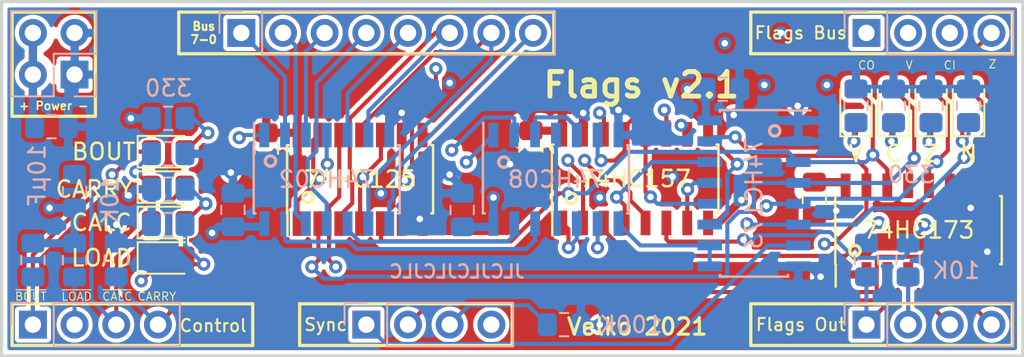
<source format=kicad_pcb>
(kicad_pcb (version 20171130) (host pcbnew "(5.1.9)-1")
  (layers (0 F.Cu signal) (1 In1.Cu signal) (2 In2.Cu signal) (31 B.Cu signal) (34 B.Paste user hide) (35 F.Paste user hide) (36 B.SilkS user hide) (37 F.SilkS user) (38 B.Mask user hide) (39 F.Mask user hide) (44 Edge.Cuts user))
  (net 0 "")
  (net 1 "Net-(J3-Pad4)")
  (net 2 GND)
  (net 3 VCC)
  (net 4 BUS7)
  (net 5 BUS6)
  (net 6 BUS5)
  (net 7 BUS4)
  (net 8 BUS3)
  (net 9 BUS2)
  (net 10 BUS1)
  (net 11 BUS0)
  (net 12 ~OUT~)
  (net 13 RST)
  (net 14 ~CLK~)
  (net 15 CLK)
  (net 16 Z_OUT)
  (net 17 CARRY_OUT)
  (net 18 OV_IN)
  (net 19 CARRY_IN)
  (net 20 Z_CTRL)
  (net 21 V_CTRL)
  (net 22 N_CTRL)
  (net 23 C_CTRL)
  (net 24 "Net-(U1-Pad1)")
  (net 25 "Net-(U1-Pad4)")
  (net 26 "Net-(U1-Pad10)")
  (net 27 "Net-(U1-Pad13)")
  (net 28 Z_D)
  (net 29 V_D)
  (net 30 N_D)
  (net 31 C_D)
  (net 32 "Net-(D1-Pad1)")
  (net 33 "Net-(D2-Pad1)")
  (net 34 "Net-(D3-Pad1)")
  (net 35 "Net-(D4-Pad1)")
  (net 36 "Net-(D5-Pad2)")
  (net 37 "Net-(D6-Pad2)")
  (net 38 "Net-(D8-Pad1)")
  (net 39 Z_I)
  (net 40 C_I)
  (net 41 V_I)
  (net 42 N_I)
  (net 43 ~B_LOAD~)
  (net 44 "Net-(D7-Pad2)")
  (net 45 ~B_CALC~)
  (net 46 ~LATCH~)
  (net 47 "Net-(U2-Pad11)")
  (net 48 "Net-(U2-Pad3)")
  (module Connector_PinHeader_2.54mm:PinHeader_1x08_P2.54mm_Vertical (layer B.Cu) (at 49.53 38.1 270)
    (fp_text reference J1 hide)
    (fp_text value Bus)
    (pad 1 thru_hole rect (at 0 0 270) (size 1.7 1.7) (drill 1) (layers *.Cu *.Mask) (net 4 BUS7))
    (pad 2 thru_hole oval (at 0 -2.54 270) (size 1.7 1.7) (drill 1) (layers *.Cu *.Mask) (net 5 BUS6))
    (pad 3 thru_hole oval (at 0 -5.08 270) (size 1.7 1.7) (drill 1) (layers *.Cu *.Mask) (net 6 BUS5))
    (pad 4 thru_hole oval (at 0 -7.62 270) (size 1.7 1.7) (drill 1) (layers *.Cu *.Mask) (net 7 BUS4))
    (pad 5 thru_hole oval (at 0 -10.16 270) (size 1.7 1.7) (drill 1) (layers *.Cu *.Mask) (net 8 BUS3))
    (pad 6 thru_hole oval (at 0 -12.7 270) (size 1.7 1.7) (drill 1) (layers *.Cu *.Mask) (net 9 BUS2))
    (pad 7 thru_hole oval (at 0 -15.24 270) (size 1.7 1.7) (drill 1) (layers *.Cu *.Mask) (net 10 BUS1))
    (pad 8 thru_hole oval (at 0 -17.78 270) (size 1.7 1.7) (drill 1) (layers *.Cu *.Mask) (net 11 BUS0))
  )
  (module Connector_PinHeader_2.54mm:PinHeader_1x04_P2.54mm_Vertical (layer B.Cu) (at 36.83 55.88 270)
    (fp_text reference J2 hide)
    (fp_text value Control)
    (pad 1 thru_hole rect (at 0 0 270) (size 1.7 1.7) (drill 1) (layers *.Cu *.Mask) (net 12 ~OUT~))
    (pad 2 thru_hole oval (at 0 -2.54 270) (size 1.7 1.7) (drill 1) (layers *.Cu *.Mask) (net 43 ~B_LOAD~))
    (pad 3 thru_hole oval (at 0 -5.08 270) (size 1.7 1.7) (drill 1) (layers *.Cu *.Mask) (net 45 ~B_CALC~))
    (pad 4 thru_hole oval (at 0 -7.62 270) (size 1.7 1.7) (drill 1) (layers *.Cu *.Mask) (net 17 CARRY_OUT))
  )
  (module Connector_PinHeader_2.54mm:PinHeader_1x04_P2.54mm_Vertical (layer B.Cu) (at 57.15 55.88 270)
    (fp_text reference J3 hide)
    (fp_text value Sync)
    (pad 4 thru_hole oval (at 0 -7.62 270) (size 1.7 1.7) (drill 1) (layers *.Cu *.Mask) (net 1 "Net-(J3-Pad4)"))
    (pad 3 thru_hole oval (at 0 -5.08 270) (size 1.7 1.7) (drill 1) (layers *.Cu *.Mask) (net 13 RST))
    (pad 2 thru_hole oval (at 0 -2.54 270) (size 1.7 1.7) (drill 1) (layers *.Cu *.Mask) (net 14 ~CLK~))
    (pad 1 thru_hole rect (at 0 0 270) (size 1.7 1.7) (drill 1) (layers *.Cu *.Mask) (net 15 CLK))
  )
  (module Connector_PinHeader_2.54mm:PinHeader_2x02_P2.54mm_Vertical (layer B.Cu) (at 39.37 40.64 90)
    (fp_text reference J4 hide)
    (fp_text value Power)
    (pad 1 thru_hole rect (at 0 0 90) (size 1.7 1.7) (drill 1) (layers *.Cu *.Mask) (net 2 GND))
    (pad 2 thru_hole oval (at 2.54 0 90) (size 1.7 1.7) (drill 1) (layers *.Cu *.Mask) (net 2 GND))
    (pad 3 thru_hole oval (at 0 -2.54 90) (size 1.7 1.7) (drill 1) (layers *.Cu *.Mask) (net 3 VCC))
    (pad 4 thru_hole oval (at 2.54 -2.54 90) (size 1.7 1.7) (drill 1) (layers *.Cu *.Mask) (net 3 VCC))
  )
  (module Resistor_SMD:R_0805_2012Metric_Pad1.15x1.40mm_HandSolder (layer B.Cu) (at 90.17 51.934 90)
    (fp_text reference R1)
    (fp_text value 10K (at -0.644 2.921 180) (layer B.SilkS) (effects (justify mirror)))
    (pad 1 smd roundrect (at -1.025 0 90) (size 1.15 1.4) (layers B.Cu B.Paste B.Mask) (roundrect_rratio 0.2173904347826087) (net 23 C_CTRL))
    (pad 2 smd roundrect (at 1.025 0 90) (size 1.15 1.4) (layers B.Cu B.Paste B.Mask) (roundrect_rratio 0.2173904347826087) (net 19 CARRY_IN))
  )
  (module Resistor_SMD:R_0805_2012Metric_Pad1.15x1.40mm_HandSolder (layer B.Cu) (at 87.63 51.934 90)
    (fp_text reference R2)
    (fp_text value 10K)
    (pad 2 smd roundrect (at 1.025 0 90) (size 1.15 1.4) (layers B.Cu B.Paste B.Mask) (roundrect_rratio 0.2173904347826087) (net 18 OV_IN))
    (pad 1 smd roundrect (at -1.025 0 90) (size 1.15 1.4) (layers B.Cu B.Paste B.Mask) (roundrect_rratio 0.2173904347826087) (net 21 V_CTRL))
  )
  (module Package_SO:SOIC-14_3.9x8.7mm_P1.27mm (layer B.Cu) (at 54.737 47.023 270)
    (fp_text reference U1)
    (fp_text value 74HC02 (at 0 0 180) (layer B.SilkS) (effects (justify mirror)))
    (pad 1 smd rect (at -2.7 3.81 270) (size 1.5 0.6) (layers B.Cu B.Paste B.Mask) (net 24 "Net-(U1-Pad1)"))
    (pad 2 smd rect (at -2.7 2.54 270) (size 1.5 0.6) (layers B.Cu B.Paste B.Mask) (net 4 BUS7))
    (pad 3 smd rect (at -2.7 1.27 270) (size 1.5 0.6) (layers B.Cu B.Paste B.Mask) (net 6 BUS5))
    (pad 4 smd rect (at -2.7 0 270) (size 1.5 0.6) (layers B.Cu B.Paste B.Mask) (net 25 "Net-(U1-Pad4)"))
    (pad 5 smd rect (at -2.7 -1.27 270) (size 1.5 0.6) (layers B.Cu B.Paste B.Mask) (net 8 BUS3))
    (pad 6 smd rect (at -2.7 -2.54 270) (size 1.5 0.6) (layers B.Cu B.Paste B.Mask) (net 9 BUS2))
    (pad 7 smd rect (at -2.7 -3.81 270) (size 1.5 0.6) (layers B.Cu B.Paste B.Mask) (net 2 GND))
    (pad 8 smd rect (at 2.7 -3.81 270) (size 1.5 0.6) (layers B.Cu B.Paste B.Mask) (net 11 BUS0))
    (pad 9 smd rect (at 2.7 -2.54 270) (size 1.5 0.6) (layers B.Cu B.Paste B.Mask) (net 10 BUS1))
    (pad 10 smd rect (at 2.7 -1.27 270) (size 1.5 0.6) (layers B.Cu B.Paste B.Mask) (net 26 "Net-(U1-Pad10)"))
    (pad 11 smd rect (at 2.7 0 270) (size 1.5 0.6) (layers B.Cu B.Paste B.Mask) (net 7 BUS4))
    (pad 12 smd rect (at 2.7 1.27 270) (size 1.5 0.6) (layers B.Cu B.Paste B.Mask) (net 5 BUS6))
    (pad 13 smd rect (at 2.7 2.54 270) (size 1.5 0.6) (layers B.Cu B.Paste B.Mask) (net 27 "Net-(U1-Pad13)"))
    (pad 14 smd rect (at 2.7 3.81 270) (size 1.5 0.6) (layers B.Cu B.Paste B.Mask) (net 3 VCC))
  )
  (module Package_SO:SOIC-14_3.9x8.7mm_P1.27mm (layer B.Cu) (at 68.707 47.023 270)
    (fp_text reference U2)
    (fp_text value 74HC08 (at 0 0 180) (layer B.SilkS) (effects (justify mirror)))
    (pad 14 smd rect (at 2.7 3.81 270) (size 1.5 0.6) (layers B.Cu B.Paste B.Mask) (net 3 VCC))
    (pad 13 smd rect (at 2.7 2.54 270) (size 1.5 0.6) (layers B.Cu B.Paste B.Mask) (net 26 "Net-(U1-Pad10)"))
    (pad 12 smd rect (at 2.7 1.27 270) (size 1.5 0.6) (layers B.Cu B.Paste B.Mask) (net 27 "Net-(U1-Pad13)"))
    (pad 11 smd rect (at 2.7 0 270) (size 1.5 0.6) (layers B.Cu B.Paste B.Mask) (net 47 "Net-(U2-Pad11)"))
    (pad 10 smd rect (at 2.7 -1.27 270) (size 1.5 0.6) (layers B.Cu B.Paste B.Mask) (net 43 ~B_LOAD~))
    (pad 9 smd rect (at 2.7 -2.54 270) (size 1.5 0.6) (layers B.Cu B.Paste B.Mask) (net 45 ~B_CALC~))
    (pad 8 smd rect (at 2.7 -3.81 270) (size 1.5 0.6) (layers B.Cu B.Paste B.Mask) (net 46 ~LATCH~))
    (pad 7 smd rect (at -2.7 -3.81 270) (size 1.5 0.6) (layers B.Cu B.Paste B.Mask) (net 2 GND))
    (pad 6 smd rect (at -2.7 -2.54 270) (size 1.5 0.6) (layers B.Cu B.Paste B.Mask) (net 16 Z_OUT))
    (pad 5 smd rect (at -2.7 -1.27 270) (size 1.5 0.6) (layers B.Cu B.Paste B.Mask) (net 48 "Net-(U2-Pad3)"))
    (pad 4 smd rect (at -2.7 0 270) (size 1.5 0.6) (layers B.Cu B.Paste B.Mask) (net 47 "Net-(U2-Pad11)"))
    (pad 3 smd rect (at -2.7 1.27 270) (size 1.5 0.6) (layers B.Cu B.Paste B.Mask) (net 48 "Net-(U2-Pad3)"))
    (pad 2 smd rect (at -2.7 2.54 270) (size 1.5 0.6) (layers B.Cu B.Paste B.Mask) (net 24 "Net-(U1-Pad1)"))
    (pad 1 smd rect (at -2.7 3.81 270) (size 1.5 0.6) (layers B.Cu B.Paste B.Mask) (net 25 "Net-(U1-Pad4)"))
  )
  (module Package_SO:SOIC-14_3.9x8.7mm_P1.27mm (layer F.Cu) (at 56.769 47.023 90)
    (fp_text reference U6)
    (fp_text value 74HC125 (at 0 0 -180) (layer F.SilkS))
    (pad 1 smd rect (at -2.7 -3.81 90) (size 1.5 0.6) (layers F.Cu F.Paste F.Mask) (net 12 ~OUT~))
    (pad 2 smd rect (at -2.7 -2.54 90) (size 1.5 0.6) (layers F.Cu F.Paste F.Mask) (net 31 C_D))
    (pad 3 smd rect (at -2.7 -1.27 90) (size 1.5 0.6) (layers F.Cu F.Paste F.Mask) (net 9 BUS2))
    (pad 4 smd rect (at -2.7 0 90) (size 1.5 0.6) (layers F.Cu F.Paste F.Mask) (net 12 ~OUT~))
    (pad 5 smd rect (at -2.7 1.27 90) (size 1.5 0.6) (layers F.Cu F.Paste F.Mask) (net 29 V_D))
    (pad 6 smd rect (at -2.7 2.54 90) (size 1.5 0.6) (layers F.Cu F.Paste F.Mask) (net 8 BUS3))
    (pad 7 smd rect (at -2.7 3.81 90) (size 1.5 0.6) (layers F.Cu F.Paste F.Mask) (net 2 GND))
    (pad 8 smd rect (at 2.7 3.81 90) (size 1.5 0.6) (layers F.Cu F.Paste F.Mask) (net 11 BUS0))
    (pad 9 smd rect (at 2.7 2.54 90) (size 1.5 0.6) (layers F.Cu F.Paste F.Mask) (net 30 N_D))
    (pad 10 smd rect (at 2.7 1.27 90) (size 1.5 0.6) (layers F.Cu F.Paste F.Mask) (net 12 ~OUT~))
    (pad 11 smd rect (at 2.7 0 90) (size 1.5 0.6) (layers F.Cu F.Paste F.Mask) (net 10 BUS1))
    (pad 12 smd rect (at 2.7 -1.27 90) (size 1.5 0.6) (layers F.Cu F.Paste F.Mask) (net 28 Z_D))
    (pad 13 smd rect (at 2.7 -2.54 90) (size 1.5 0.6) (layers F.Cu F.Paste F.Mask) (net 12 ~OUT~))
    (pad 14 smd rect (at 2.7 -3.81 90) (size 1.5 0.6) (layers F.Cu F.Paste F.Mask) (net 3 VCC))
  )
  (module Connector_PinHeader_2.54mm:PinHeader_1x04_P2.54mm_Vertical (layer B.Cu) (at 87.63 38.1 270)
    (fp_text reference J5 hide)
    (fp_text value Flags_Bus)
    (pad 4 thru_hole oval (at 0 -7.62 270) (size 1.7 1.7) (drill 1) (layers *.Cu *.Mask) (net 16 Z_OUT))
    (pad 3 thru_hole oval (at 0 -5.08 270) (size 1.7 1.7) (drill 1) (layers *.Cu *.Mask) (net 19 CARRY_IN))
    (pad 2 thru_hole oval (at 0 -2.54 270) (size 1.7 1.7) (drill 1) (layers *.Cu *.Mask) (net 18 OV_IN))
    (pad 1 thru_hole rect (at 0 0 270) (size 1.7 1.7) (drill 1) (layers *.Cu *.Mask) (net 17 CARRY_OUT))
  )
  (module Connector_PinHeader_2.54mm:PinHeader_1x04_P2.54mm_Vertical (layer B.Cu) (at 87.63 55.88 270)
    (fp_text reference J6 hide)
    (fp_text value Ctrl_Out)
    (pad 1 thru_hole rect (at 0 0 270) (size 1.7 1.7) (drill 1) (layers *.Cu *.Mask) (net 21 V_CTRL))
    (pad 2 thru_hole oval (at 0 -2.54 270) (size 1.7 1.7) (drill 1) (layers *.Cu *.Mask) (net 23 C_CTRL))
    (pad 3 thru_hole oval (at 0 -5.08 270) (size 1.7 1.7) (drill 1) (layers *.Cu *.Mask) (net 20 Z_CTRL))
    (pad 4 thru_hole oval (at 0 -7.62 270) (size 1.7 1.7) (drill 1) (layers *.Cu *.Mask) (net 22 N_CTRL))
  )
  (module Capacitor_SMD:C_0805_2012Metric_Pad1.15x1.40mm_HandSolder (layer B.Cu) (at 62.992 48.895 90)
    (fp_text reference C1)
    (fp_text value 100nF)
    (pad 1 smd roundrect (at -1.025 0 90) (size 1.15 1.4) (layers B.Cu B.Paste B.Mask) (roundrect_rratio 0.2173904347826087) (net 3 VCC))
    (pad 2 smd roundrect (at 1.025 0 90) (size 1.15 1.4) (layers B.Cu B.Paste B.Mask) (roundrect_rratio 0.2173904347826087) (net 2 GND))
  )
  (module Capacitor_SMD:C_0805_2012Metric_Pad1.15x1.40mm_HandSolder (layer B.Cu) (at 49.022 48.886 90)
    (fp_text reference C2)
    (fp_text value 100nF)
    (pad 2 smd roundrect (at 1.025 0 90) (size 1.15 1.4) (layers B.Cu B.Paste B.Mask) (roundrect_rratio 0.2173904347826087) (net 2 GND))
    (pad 1 smd roundrect (at -1.025 0 90) (size 1.15 1.4) (layers B.Cu B.Paste B.Mask) (roundrect_rratio 0.2173904347826087) (net 3 VCC))
  )
  (module Capacitor_SMD:C_0805_2012Metric_Pad1.15x1.40mm_HandSolder (layer F.Cu) (at 67.183 45.085 270)
    (fp_text reference C3)
    (fp_text value 100nF)
    (pad 1 smd roundrect (at -1.025 0 270) (size 1.15 1.4) (layers F.Cu F.Paste F.Mask) (roundrect_rratio 0.2173904347826087) (net 3 VCC))
    (pad 2 smd roundrect (at 1.025 0 270) (size 1.15 1.4) (layers F.Cu F.Paste F.Mask) (roundrect_rratio 0.2173904347826087) (net 2 GND))
  )
  (module Capacitor_SMD:C_0805_2012Metric_Pad1.15x1.40mm_HandSolder (layer F.Cu) (at 51.054 45.212 270)
    (fp_text reference C4)
    (fp_text value 100nF)
    (pad 2 smd roundrect (at 1.025 0 270) (size 1.15 1.4) (layers F.Cu F.Paste F.Mask) (roundrect_rratio 0.2173904347826087) (net 2 GND))
    (pad 1 smd roundrect (at -1.025 0 270) (size 1.15 1.4) (layers F.Cu F.Paste F.Mask) (roundrect_rratio 0.2173904347826087) (net 3 VCC))
  )
  (module Capacitor_SMD:C_0805_2012Metric_Pad1.15x1.40mm_HandSolder (layer B.Cu) (at 78.876 41.529)
    (fp_text reference C5)
    (fp_text value 100nF)
    (pad 1 smd roundrect (at -1.025 0) (size 1.15 1.4) (layers B.Cu B.Paste B.Mask) (roundrect_rratio 0.2173904347826087) (net 3 VCC))
    (pad 2 smd roundrect (at 1.025 0) (size 1.15 1.4) (layers B.Cu B.Paste B.Mask) (roundrect_rratio 0.2173904347826087) (net 2 GND))
  )
  (module Capacitor_SMD:C_0805_2012Metric_Pad1.15x1.40mm_HandSolder (layer F.Cu) (at 84.455 48.221 270)
    (fp_text reference C6)
    (fp_text value 100nF)
    (pad 2 smd roundrect (at 1.025 0 270) (size 1.15 1.4) (layers F.Cu F.Paste F.Mask) (roundrect_rratio 0.2173904347826087) (net 2 GND))
    (pad 1 smd roundrect (at -1.025 0 270) (size 1.15 1.4) (layers F.Cu F.Paste F.Mask) (roundrect_rratio 0.2173904347826087) (net 3 VCC))
  )
  (module Capacitor_SMD:C_0805_2012Metric_Pad1.15x1.40mm_HandSolder (layer B.Cu) (at 37.964 43.815)
    (fp_text reference C7)
    (fp_text value 10μF (at -0.88 2.9845 270) (layer B.SilkS) (effects (justify mirror)))
    (pad 1 smd roundrect (at -1.025 0) (size 1.15 1.4) (layers B.Cu B.Paste B.Mask) (roundrect_rratio 0.2173904347826087) (net 3 VCC))
    (pad 2 smd roundrect (at 1.025 0) (size 1.15 1.4) (layers B.Cu B.Paste B.Mask) (roundrect_rratio 0.2173904347826087) (net 2 GND))
  )
  (module LED_SMD:LED_0805_2012Metric_Pad1.15x1.40mm_HandSolder (layer F.Cu) (at 91.567 42.536 90)
    (fp_text reference D1)
    (fp_text value Z (at -2.93 0 180) (layer F.SilkS))
    (pad 2 smd roundrect (at 1.025 0 90) (size 1.15 1.4) (layers F.Cu F.Paste F.Mask) (roundrect_rratio 0.2173904347826087) (net 28 Z_D))
    (pad 1 smd roundrect (at -1.025 0 90) (size 1.15 1.4) (layers F.Cu F.Paste F.Mask) (roundrect_rratio 0.2173904347826087) (net 32 "Net-(D1-Pad1)"))
  )
  (module LED_SMD:LED_0805_2012Metric_Pad1.15x1.40mm_HandSolder (layer F.Cu) (at 86.995 42.545 90)
    (fp_text reference D2)
    (fp_text value V (at -2.921 0 180) (layer F.SilkS))
    (pad 2 smd roundrect (at 1.025 0 90) (size 1.15 1.4) (layers F.Cu F.Paste F.Mask) (roundrect_rratio 0.2173904347826087) (net 29 V_D))
    (pad 1 smd roundrect (at -1.025 0 90) (size 1.15 1.4) (layers F.Cu F.Paste F.Mask) (roundrect_rratio 0.2173904347826087) (net 33 "Net-(D2-Pad1)"))
  )
  (module LED_SMD:LED_0805_2012Metric_Pad1.15x1.40mm_HandSolder (layer F.Cu) (at 93.853 42.536 90)
    (fp_text reference D3)
    (fp_text value N (at -2.93 0 180) (layer F.SilkS))
    (pad 1 smd roundrect (at -1.025 0 90) (size 1.15 1.4) (layers F.Cu F.Paste F.Mask) (roundrect_rratio 0.2173904347826087) (net 34 "Net-(D3-Pad1)"))
    (pad 2 smd roundrect (at 1.025 0 90) (size 1.15 1.4) (layers F.Cu F.Paste F.Mask) (roundrect_rratio 0.2173904347826087) (net 30 N_D))
  )
  (module LED_SMD:LED_0805_2012Metric_Pad1.15x1.40mm_HandSolder (layer F.Cu) (at 89.281 42.545 90)
    (fp_text reference D4)
    (fp_text value C (at -2.921 0 180) (layer F.SilkS))
    (pad 1 smd roundrect (at -1.025 0 90) (size 1.15 1.4) (layers F.Cu F.Paste F.Mask) (roundrect_rratio 0.2173904347826087) (net 35 "Net-(D4-Pad1)"))
    (pad 2 smd roundrect (at 1.025 0 90) (size 1.15 1.4) (layers F.Cu F.Paste F.Mask) (roundrect_rratio 0.2173904347826087) (net 31 C_D))
  )
  (module LED_SMD:LED_0805_2012Metric_Pad1.15x1.40mm_HandSolder (layer F.Cu) (at 45.076 51.816)
    (fp_text reference D5)
    (fp_text value LOAD (at -4.055 0) (layer F.SilkS))
    (pad 2 smd roundrect (at 1.025 0) (size 1.15 1.4) (layers F.Cu F.Paste F.Mask) (roundrect_rratio 0.2173904347826087) (net 36 "Net-(D5-Pad2)"))
    (pad 1 smd roundrect (at -1.025 0) (size 1.15 1.4) (layers F.Cu F.Paste F.Mask) (roundrect_rratio 0.2173904347826087) (net 43 ~B_LOAD~))
  )
  (module LED_SMD:LED_0805_2012Metric_Pad1.15x1.40mm_HandSolder (layer F.Cu) (at 45.076 45.339)
    (fp_text reference D6)
    (fp_text value BOUT (at -3.937 0) (layer F.SilkS))
    (pad 1 smd roundrect (at -1.025 0) (size 1.15 1.4) (layers F.Cu F.Paste F.Mask) (roundrect_rratio 0.2173904347826087) (net 12 ~OUT~))
    (pad 2 smd roundrect (at 1.025 0) (size 1.15 1.4) (layers F.Cu F.Paste F.Mask) (roundrect_rratio 0.2173904347826087) (net 37 "Net-(D6-Pad2)"))
  )
  (module LED_SMD:LED_0805_2012Metric_Pad1.15x1.40mm_HandSolder (layer F.Cu) (at 45.076 49.657)
    (fp_text reference D7)
    (fp_text value CALC (at -4.055 0) (layer F.SilkS))
    (pad 2 smd roundrect (at 1.025 0) (size 1.15 1.4) (layers F.Cu F.Paste F.Mask) (roundrect_rratio 0.2173904347826087) (net 44 "Net-(D7-Pad2)"))
    (pad 1 smd roundrect (at -1.025 0) (size 1.15 1.4) (layers F.Cu F.Paste F.Mask) (roundrect_rratio 0.2173904347826087) (net 45 ~B_CALC~))
  )
  (module LED_SMD:LED_0805_2012Metric_Pad1.15x1.40mm_HandSolder (layer F.Cu) (at 45.076 47.498)
    (fp_text reference D8)
    (fp_text value CARRY (at -4.4995 0.127) (layer F.SilkS))
    (pad 1 smd roundrect (at -1.025 0) (size 1.15 1.4) (layers F.Cu F.Paste F.Mask) (roundrect_rratio 0.2173904347826087) (net 38 "Net-(D8-Pad1)"))
    (pad 2 smd roundrect (at 1.025 0) (size 1.15 1.4) (layers F.Cu F.Paste F.Mask) (roundrect_rratio 0.2173904347826087) (net 17 CARRY_OUT))
  )
  (module Resistor_SMD:R_0805_2012Metric_Pad1.15x1.40mm_HandSolder (layer B.Cu) (at 91.567 42.554 270)
    (fp_text reference R3)
    (fp_text value 330)
    (pad 2 smd roundrect (at 1.025 0 270) (size 1.15 1.4) (layers B.Cu B.Paste B.Mask) (roundrect_rratio 0.2173904347826087) (net 32 "Net-(D1-Pad1)"))
    (pad 1 smd roundrect (at -1.025 0 270) (size 1.15 1.4) (layers B.Cu B.Paste B.Mask) (roundrect_rratio 0.2173904347826087) (net 2 GND))
  )
  (module Resistor_SMD:R_0805_2012Metric_Pad1.15x1.40mm_HandSolder (layer B.Cu) (at 86.995 42.536 270)
    (fp_text reference R4)
    (fp_text value 330 (at 4.2 -3.3655) (layer B.SilkS) (effects (justify mirror)))
    (pad 1 smd roundrect (at -1.025 0 270) (size 1.15 1.4) (layers B.Cu B.Paste B.Mask) (roundrect_rratio 0.2173904347826087) (net 2 GND))
    (pad 2 smd roundrect (at 1.025 0 270) (size 1.15 1.4) (layers B.Cu B.Paste B.Mask) (roundrect_rratio 0.2173904347826087) (net 33 "Net-(D2-Pad1)"))
  )
  (module Resistor_SMD:R_0805_2012Metric_Pad1.15x1.40mm_HandSolder (layer B.Cu) (at 93.853 42.536 270)
    (fp_text reference R5)
    (fp_text value 330)
    (pad 2 smd roundrect (at 1.025 0 270) (size 1.15 1.4) (layers B.Cu B.Paste B.Mask) (roundrect_rratio 0.2173904347826087) (net 34 "Net-(D3-Pad1)"))
    (pad 1 smd roundrect (at -1.025 0 270) (size 1.15 1.4) (layers B.Cu B.Paste B.Mask) (roundrect_rratio 0.2173904347826087) (net 2 GND))
  )
  (module Resistor_SMD:R_0805_2012Metric_Pad1.15x1.40mm_HandSolder (layer B.Cu) (at 89.281 42.545 270)
    (fp_text reference R6)
    (fp_text value 330)
    (pad 2 smd roundrect (at 1.025 0 270) (size 1.15 1.4) (layers B.Cu B.Paste B.Mask) (roundrect_rratio 0.2173904347826087) (net 35 "Net-(D4-Pad1)"))
    (pad 1 smd roundrect (at -1.025 0 270) (size 1.15 1.4) (layers B.Cu B.Paste B.Mask) (roundrect_rratio 0.2173904347826087) (net 2 GND))
  )
  (module Resistor_SMD:R_0805_2012Metric_Pad1.15x1.40mm_HandSolder (layer B.Cu) (at 45.076 43.307)
    (fp_text reference R7)
    (fp_text value 330)
    (pad 1 smd roundrect (at -1.025 0) (size 1.15 1.4) (layers B.Cu B.Paste B.Mask) (roundrect_rratio 0.2173904347826087) (net 3 VCC))
    (pad 2 smd roundrect (at 1.025 0) (size 1.15 1.4) (layers B.Cu B.Paste B.Mask) (roundrect_rratio 0.2173904347826087) (net 37 "Net-(D6-Pad2)"))
  )
  (module Resistor_SMD:R_0805_2012Metric_Pad1.15x1.40mm_HandSolder (layer B.Cu) (at 45.076 49.784)
    (fp_text reference R8)
    (fp_text value 330 (at 0.009 -8.3185 180) (layer B.SilkS) (effects (justify mirror)))
    (pad 2 smd roundrect (at 1.025 0) (size 1.15 1.4) (layers B.Cu B.Paste B.Mask) (roundrect_rratio 0.2173904347826087) (net 36 "Net-(D5-Pad2)"))
    (pad 1 smd roundrect (at -1.025 0) (size 1.15 1.4) (layers B.Cu B.Paste B.Mask) (roundrect_rratio 0.2173904347826087) (net 3 VCC))
  )
  (module Resistor_SMD:R_0805_2012Metric_Pad1.15x1.40mm_HandSolder (layer B.Cu) (at 45.094 47.625)
    (fp_text reference R9)
    (fp_text value 330)
    (pad 1 smd roundrect (at -1.025 0) (size 1.15 1.4) (layers B.Cu B.Paste B.Mask) (roundrect_rratio 0.2173904347826087) (net 3 VCC))
    (pad 2 smd roundrect (at 1.025 0) (size 1.15 1.4) (layers B.Cu B.Paste B.Mask) (roundrect_rratio 0.2173904347826087) (net 44 "Net-(D7-Pad2)"))
  )
  (module Resistor_SMD:R_0805_2012Metric_Pad1.15x1.40mm_HandSolder (layer B.Cu) (at 45.076 45.466 180)
    (fp_text reference R10)
    (fp_text value 330)
    (pad 1 smd roundrect (at -1.025 0 180) (size 1.15 1.4) (layers B.Cu B.Paste B.Mask) (roundrect_rratio 0.2173904347826087) (net 2 GND))
    (pad 2 smd roundrect (at 1.025 0 180) (size 1.15 1.4) (layers B.Cu B.Paste B.Mask) (roundrect_rratio 0.2173904347826087) (net 38 "Net-(D8-Pad1)"))
  )
  (module Resistor_SMD:R_0805_2012Metric_Pad1.15x1.40mm_HandSolder (layer B.Cu) (at 36.83 51.943 270)
    (fp_text reference R11)
    (fp_text value 10K (at -3.6195 -4.699 90) (layer B.SilkS) (effects (justify mirror)))
    (pad 1 smd roundrect (at -1.025 0 270) (size 1.15 1.4) (layers B.Cu B.Paste B.Mask) (roundrect_rratio 0.2173904347826087) (net 3 VCC))
    (pad 2 smd roundrect (at 1.025 0 270) (size 1.15 1.4) (layers B.Cu B.Paste B.Mask) (roundrect_rratio 0.2173904347826087) (net 12 ~OUT~))
  )
  (module Resistor_SMD:R_0805_2012Metric_Pad1.15x1.40mm_HandSolder (layer B.Cu) (at 39.37 51.952 270)
    (fp_text reference R12)
    (fp_text value 10K)
    (pad 2 smd roundrect (at 1.025 0 270) (size 1.15 1.4) (layers B.Cu B.Paste B.Mask) (roundrect_rratio 0.2173904347826087) (net 43 ~B_LOAD~))
    (pad 1 smd roundrect (at -1.025 0 270) (size 1.15 1.4) (layers B.Cu B.Paste B.Mask) (roundrect_rratio 0.2173904347826087) (net 3 VCC))
  )
  (module Resistor_SMD:R_0805_2012Metric_Pad1.15x1.40mm_HandSolder (layer B.Cu) (at 39.37 47.743 90)
    (fp_text reference R13)
    (fp_text value 10K)
    (pad 1 smd roundrect (at -1.025 0 90) (size 1.15 1.4) (layers B.Cu B.Paste B.Mask) (roundrect_rratio 0.2173904347826087) (net 3 VCC))
    (pad 2 smd roundrect (at 1.025 0 90) (size 1.15 1.4) (layers B.Cu B.Paste B.Mask) (roundrect_rratio 0.2173904347826087) (net 45 ~B_CALC~))
  )
  (module Resistor_SMD:R_0805_2012Metric_Pad1.15x1.40mm_HandSolder (layer B.Cu) (at 41.91 51.934 270)
    (fp_text reference R14)
    (fp_text value 10K)
    (pad 2 smd roundrect (at 1.025 0 270) (size 1.15 1.4) (layers B.Cu B.Paste B.Mask) (roundrect_rratio 0.2173904347826087) (net 17 CARRY_OUT))
    (pad 1 smd roundrect (at -1.025 0 270) (size 1.15 1.4) (layers B.Cu B.Paste B.Mask) (roundrect_rratio 0.2173904347826087) (net 2 GND))
  )
  (module Resistor_SMD:R_0805_2012Metric_Pad1.15x1.40mm_HandSolder (layer B.Cu) (at 69.206 55.88 180)
    (fp_text reference R15)
    (fp_text value 100K (at -4.073 0 180) (layer B.SilkS) (effects (justify mirror)))
    (pad 1 smd roundrect (at -1.025 0 180) (size 1.15 1.4) (layers B.Cu B.Paste B.Mask) (roundrect_rratio 0.2173904347826087) (net 2 GND))
    (pad 2 smd roundrect (at 1.025 0 180) (size 1.15 1.4) (layers B.Cu B.Paste B.Mask) (roundrect_rratio 0.2173904347826087) (net 13 RST))
  )
  (module Package_SO:SOIC-16_3.9x9.9mm_P1.27mm (layer F.Cu) (at 73.533 46.984 90)
    (fp_text reference U3)
    (fp_text value 74HC157 (at -0.006 0 180) (layer F.SilkS))
    (pad 16 smd rect (at 2.7 -4.445 90) (size 1.5 0.6) (layers F.Cu F.Paste F.Mask) (net 3 VCC))
    (pad 15 smd rect (at 2.7 -3.175 90) (size 1.5 0.6) (layers F.Cu F.Paste F.Mask) (net 2 GND))
    (pad 14 smd rect (at 2.7 -1.905 90) (size 1.5 0.6) (layers F.Cu F.Paste F.Mask) (net 10 BUS1))
    (pad 13 smd rect (at 2.7 -0.635 90) (size 1.5 0.6) (layers F.Cu F.Paste F.Mask) (net 16 Z_OUT))
    (pad 12 smd rect (at 2.7 0.635 90) (size 1.5 0.6) (layers F.Cu F.Paste F.Mask) (net 39 Z_I))
    (pad 11 smd rect (at 2.7 1.905 90) (size 1.5 0.6) (layers F.Cu F.Paste F.Mask) (net 11 BUS0))
    (pad 10 smd rect (at 2.7 3.175 90) (size 1.5 0.6) (layers F.Cu F.Paste F.Mask) (net 4 BUS7))
    (pad 9 smd rect (at 2.7 4.445 90) (size 1.5 0.6) (layers F.Cu F.Paste F.Mask) (net 42 N_I))
    (pad 8 smd rect (at -2.7 4.445 90) (size 1.5 0.6) (layers F.Cu F.Paste F.Mask) (net 2 GND))
    (pad 7 smd rect (at -2.7 3.175 90) (size 1.5 0.6) (layers F.Cu F.Paste F.Mask) (net 40 C_I))
    (pad 6 smd rect (at -2.7 1.905 90) (size 1.5 0.6) (layers F.Cu F.Paste F.Mask) (net 19 CARRY_IN))
    (pad 5 smd rect (at -2.7 0.635 90) (size 1.5 0.6) (layers F.Cu F.Paste F.Mask) (net 9 BUS2))
    (pad 4 smd rect (at -2.7 -0.635 90) (size 1.5 0.6) (layers F.Cu F.Paste F.Mask) (net 41 V_I))
    (pad 3 smd rect (at -2.7 -1.905 90) (size 1.5 0.6) (layers F.Cu F.Paste F.Mask) (net 18 OV_IN))
    (pad 2 smd rect (at -2.7 -3.175 90) (size 1.5 0.6) (layers F.Cu F.Paste F.Mask) (net 8 BUS3))
    (pad 1 smd rect (at -2.7 -4.445 90) (size 1.5 0.6) (layers F.Cu F.Paste F.Mask) (net 43 ~B_LOAD~))
  )
  (module Package_SO:SOIC-16_3.9x9.9mm_P1.27mm (layer B.Cu) (at 80.778 47.879 180)
    (fp_text reference U4)
    (fp_text value 74HC173 (at 0 0 270) (layer B.SilkS) (effects (justify mirror)))
    (pad 1 smd rect (at -2.7 4.445 180) (size 1.5 0.6) (layers B.Cu B.Paste B.Mask) (net 2 GND))
    (pad 2 smd rect (at -2.7 3.175 180) (size 1.5 0.6) (layers B.Cu B.Paste B.Mask) (net 2 GND))
    (pad 3 smd rect (at -2.7 1.905 180) (size 1.5 0.6) (layers B.Cu B.Paste B.Mask) (net 29 V_D))
    (pad 4 smd rect (at -2.7 0.635 180) (size 1.5 0.6) (layers B.Cu B.Paste B.Mask) (net 31 C_D))
    (pad 5 smd rect (at -2.7 -0.635 180) (size 1.5 0.6) (layers B.Cu B.Paste B.Mask) (net 28 Z_D))
    (pad 6 smd rect (at -2.7 -1.905 180) (size 1.5 0.6) (layers B.Cu B.Paste B.Mask) (net 30 N_D))
    (pad 7 smd rect (at -2.7 -3.175 180) (size 1.5 0.6) (layers B.Cu B.Paste B.Mask) (net 15 CLK))
    (pad 8 smd rect (at -2.7 -4.445 180) (size 1.5 0.6) (layers B.Cu B.Paste B.Mask) (net 2 GND))
    (pad 9 smd rect (at 2.7 -4.445 180) (size 1.5 0.6) (layers B.Cu B.Paste B.Mask) (net 46 ~LATCH~))
    (pad 10 smd rect (at 2.7 -3.175 180) (size 1.5 0.6) (layers B.Cu B.Paste B.Mask) (net 46 ~LATCH~))
    (pad 11 smd rect (at 2.7 -1.905 180) (size 1.5 0.6) (layers B.Cu B.Paste B.Mask) (net 42 N_I))
    (pad 12 smd rect (at 2.7 -0.635 180) (size 1.5 0.6) (layers B.Cu B.Paste B.Mask) (net 39 Z_I))
    (pad 13 smd rect (at 2.7 0.635 180) (size 1.5 0.6) (layers B.Cu B.Paste B.Mask) (net 40 C_I))
    (pad 14 smd rect (at 2.7 1.905 180) (size 1.5 0.6) (layers B.Cu B.Paste B.Mask) (net 41 V_I))
    (pad 15 smd rect (at 2.7 3.175 180) (size 1.5 0.6) (layers B.Cu B.Paste B.Mask) (net 13 RST))
    (pad 16 smd rect (at 2.7 4.445 180) (size 1.5 0.6) (layers B.Cu B.Paste B.Mask) (net 3 VCC))
  )
  (module Package_SO:SOIC-16_3.9x9.9mm_P1.27mm (layer F.Cu) (at 90.805 50.12 90)
    (fp_text reference U5)
    (fp_text value 74HC173 (at 0 0 180) (layer F.SilkS))
    (pad 1 smd rect (at -2.7 -4.445 90) (size 1.5 0.6) (layers F.Cu F.Paste F.Mask) (net 2 GND))
    (pad 2 smd rect (at -2.7 -3.175 90) (size 1.5 0.6) (layers F.Cu F.Paste F.Mask) (net 2 GND))
    (pad 3 smd rect (at -2.7 -1.905 90) (size 1.5 0.6) (layers F.Cu F.Paste F.Mask) (net 21 V_CTRL))
    (pad 4 smd rect (at -2.7 -0.635 90) (size 1.5 0.6) (layers F.Cu F.Paste F.Mask) (net 23 C_CTRL))
    (pad 5 smd rect (at -2.7 0.635 90) (size 1.5 0.6) (layers F.Cu F.Paste F.Mask) (net 20 Z_CTRL))
    (pad 6 smd rect (at -2.7 1.905 90) (size 1.5 0.6) (layers F.Cu F.Paste F.Mask) (net 22 N_CTRL))
    (pad 7 smd rect (at -2.7 3.175 90) (size 1.5 0.6) (layers F.Cu F.Paste F.Mask) (net 14 ~CLK~))
    (pad 8 smd rect (at -2.7 4.445 90) (size 1.5 0.6) (layers F.Cu F.Paste F.Mask) (net 2 GND))
    (pad 9 smd rect (at 2.7 4.445 90) (size 1.5 0.6) (layers F.Cu F.Paste F.Mask) (net 2 GND))
    (pad 10 smd rect (at 2.7 3.175 90) (size 1.5 0.6) (layers F.Cu F.Paste F.Mask) (net 2 GND))
    (pad 11 smd rect (at 2.7 1.905 90) (size 1.5 0.6) (layers F.Cu F.Paste F.Mask) (net 30 N_D))
    (pad 12 smd rect (at 2.7 0.635 90) (size 1.5 0.6) (layers F.Cu F.Paste F.Mask) (net 28 Z_D))
    (pad 13 smd rect (at 2.7 -0.635 90) (size 1.5 0.6) (layers F.Cu F.Paste F.Mask) (net 31 C_D))
    (pad 14 smd rect (at 2.7 -1.905 90) (size 1.5 0.6) (layers F.Cu F.Paste F.Mask) (net 29 V_D))
    (pad 15 smd rect (at 2.7 -3.175 90) (size 1.5 0.6) (layers F.Cu F.Paste F.Mask) (net 13 RST))
    (pad 16 smd rect (at 2.7 -4.445 90) (size 1.5 0.6) (layers F.Cu F.Paste F.Mask) (net 3 VCC))
  )
  (gr_circle (center 86.9315 51.3715) (end 87.249 51.3715) (layer F.SilkS) (width 0.2))
  (gr_circle (center 69.6595 48.1965) (end 69.977 48.1965) (layer F.SilkS) (width 0.2))
  (gr_circle (center 53.594 48.133) (end 53.9115 48.133) (layer F.SilkS) (width 0.2))
  (gr_circle (center 82.042 44.069) (end 82.3595 44.069) (layer B.SilkS) (width 0.2))
  (gr_circle (center 65.532 45.974) (end 65.8495 45.974) (layer B.SilkS) (width 0.2))
  (gr_circle (center 51.308 45.9105) (end 51.6255 45.9105) (layer B.SilkS) (width 0.2))
  (gr_text JLCJLCJLCJLC (at 62.6745 52.6415) (layer B.SilkS) (effects (font (size 0.8 0.8)) (justify mirror)))
  (gr_text Z (at 95.3135 40.005) (layer F.SilkS) (effects (font (size 0.5 0.5) (thickness 0.0625))))
  (gr_text CI (at 92.71 40.0685) (layer F.SilkS) (effects (font (size 0.5 0.5) (thickness 0.0625))))
  (gr_text V (at 90.2335 40.0685) (layer F.SilkS) (effects (font (size 0.5 0.5) (thickness 0.0625))))
  (gr_text CO (at 87.63 40.0685) (layer F.SilkS) (effects (font (size 0.5 0.5) (thickness 0.0625))))
  (gr_line (start 96.52 39.37) (end 80.5815 39.37) (layer F.SilkS) (width 0.2))
  (gr_line (start 80.5815 36.83) (end 96.52 36.83) (layer F.SilkS) (width 0.2))
  (gr_line (start 35.56 57.15) (end 50.2285 57.15) (layer F.SilkS) (width 0.2))
  (gr_line (start 35.56 54.61) (end 50.2285 54.61) (layer F.SilkS) (width 0.2))
  (gr_line (start 66.04 57.15) (end 53.086 57.15) (layer F.SilkS) (width 0.2))
  (gr_line (start 53.086 54.61) (end 66.04 54.61) (layer F.SilkS) (width 0.2))
  (gr_line (start 80.5815 54.61) (end 96.52 54.61) (layer F.SilkS) (width 0.2))
  (gr_line (start 96.52 57.15) (end 80.5815 57.15) (layer F.SilkS) (width 0.2))
  (gr_text CARRY (at 44.3865 54.1655) (layer F.SilkS) (effects (font (size 0.5 0.5) (thickness 0.0625))))
  (gr_text ~CALC~ (at 41.9735 54.1655) (layer F.SilkS) (effects (font (size 0.5 0.5) (thickness 0.0625))))
  (gr_text ~LOAD~ (at 39.497 54.1655) (layer F.SilkS) (effects (font (size 0.5 0.5) (thickness 0.0625))))
  (gr_text ~BOUT~ (at 36.703 54.1655) (layer F.SilkS) (effects (font (size 0.5 0.5) (thickness 0.0625))))
  (gr_line (start 50.2285 54.61) (end 50.2285 57.15) (layer F.SilkS) (width 0.2))
  (gr_line (start 40.64 36.83) (end 40.64 40.64) (layer F.SilkS) (width 0.2))
  (gr_line (start 35.56 36.83) (end 40.64 36.83) (layer F.SilkS) (width 0.2))
  (gr_line (start 35.56 40.64) (end 35.56 36.83) (layer F.SilkS) (width 0.2))
  (gr_line (start 68.58 36.83) (end 49.53 36.83) (layer F.SilkS) (width 0.2))
  (gr_line (start 68.58 39.37) (end 68.58 36.83) (layer F.SilkS) (width 0.2))
  (gr_line (start 49.53 39.37) (end 68.58 39.37) (layer F.SilkS) (width 0.2))
  (gr_line (start 96.52 36.83) (end 96.52 39.37) (layer F.SilkS) (width 0.2))
  (gr_line (start 96.52 54.61) (end 96.52 57.15) (layer F.SilkS) (width 0.2))
  (gr_line (start 66.04 54.61) (end 66.04 57.15) (layer F.SilkS) (width 0.2))
  (gr_line (start 35.56 54.61) (end 35.56 57.15) (layer F.SilkS) (width 0.2))
  (gr_line (start 53.086 54.61) (end 53.086 57.15) (layer F.SilkS) (width 0.2))
  (gr_line (start 80.5815 54.61) (end 80.5815 57.15) (layer F.SilkS) (width 0.2))
  (gr_line (start 80.5815 36.83) (end 80.5815 39.37) (layer F.SilkS) (width 0.2))
  (gr_line (start 45.72 39.37) (end 49.53 39.37) (layer F.SilkS) (width 0.2))
  (gr_line (start 45.72 36.83) (end 45.72 39.37) (layer F.SilkS) (width 0.2))
  (gr_line (start 49.53 36.83) (end 45.72 36.83) (layer F.SilkS) (width 0.2))
  (gr_line (start 40.64 43.18) (end 40.64 40.64) (layer F.SilkS) (width 0.2))
  (gr_line (start 35.56 43.18) (end 40.64 43.18) (layer F.SilkS) (width 0.2))
  (gr_line (start 35.56 40.64) (end 35.56 43.18) (layer F.SilkS) (width 0.2))
  (gr_text "Flags Out" (at 83.6295 55.88) (layer F.SilkS) (effects (font (size 0.75 0.75) (thickness 0.125))))
  (gr_text Sync (at 54.6735 55.88) (layer F.SilkS) (effects (font (size 0.75 0.75) (thickness 0.125))))
  (gr_text Control (at 47.8155 55.9435) (layer F.SilkS) (effects (font (size 0.75 0.75) (thickness 0.125))))
  (gr_text "Flags Bus" (at 83.6295 38.1) (layer F.SilkS) (effects (font (size 0.75 0.75) (thickness 0.125))))
  (gr_text "Bus\n7-0" (at 47.244 38.1) (layer F.SilkS) (effects (font (size 0.5 0.5) (thickness 0.125))))
  (gr_text "+ Power -" (at 38.1 42.545) (layer F.SilkS) (effects (font (size 0.5 0.5) (thickness 0.1))))
  (gr_text "Velko 2021" (at 73.66 56.007) (layer F.SilkS) (effects (font (size 1 1) (thickness 0.1875))))
  (gr_text "Flags v2.1" (at 73.914 41.275) (layer F.SilkS) (effects (font (size 1.5 1.5) (thickness 0.3))))
  (gr_line (start 34.925 57.785) (end 34.925 36.195) (layer Edge.Cuts) (width 0.2))
  (gr_line (start 97.155 57.785) (end 34.925 57.785) (layer Edge.Cuts) (width 0.2))
  (gr_line (start 97.155 36.195) (end 97.155 57.785) (layer Edge.Cuts) (width 0.2))
  (gr_line (start 34.925 36.195) (end 97.155 36.195) (layer Edge.Cuts) (width 0.2))
  (via (at 48.895 46.609) (size 0.8) (drill 0.4) (layers F.Cu B.Cu) (net 2))
  (segment (start 49.022 46.736) (end 48.895 46.609) (width 0.5) (layer B.Cu) (net 2))
  (segment (start 49.022 47.861) (end 49.022 46.736) (width 0.5) (layer B.Cu) (net 2))
  (via (at 59.309 42.972998) (size 0.8) (drill 0.4) (layers F.Cu B.Cu) (net 2))
  (segment (start 58.547 44.323) (end 58.547 43.734998) (width 0.5) (layer B.Cu) (net 2))
  (segment (start 58.547 43.734998) (end 59.309 42.972998) (width 0.5) (layer B.Cu) (net 2))
  (via (at 62.23 46.736) (size 0.8) (drill 0.4) (layers F.Cu B.Cu) (net 2))
  (segment (start 62.992 47.498) (end 62.23 46.736) (width 0.5) (layer B.Cu) (net 2))
  (segment (start 62.992 47.87) (end 62.992 47.498) (width 0.5) (layer B.Cu) (net 2))
  (via (at 72.517 42.799) (size 0.8) (drill 0.4) (layers F.Cu B.Cu) (net 2))
  (segment (start 72.517 44.323) (end 72.517 42.799) (width 0.5) (layer B.Cu) (net 2))
  (segment (start 83.478 43.434) (end 83.478 44.704) (width 0.5) (layer B.Cu) (net 2))
  (via (at 83.439 42.545) (size 0.8) (drill 0.4) (layers F.Cu B.Cu) (net 2))
  (segment (start 83.478 42.584) (end 83.439 42.545) (width 0.5) (layer B.Cu) (net 2))
  (segment (start 83.478 43.434) (end 83.478 42.584) (width 0.5) (layer B.Cu) (net 2))
  (via (at 84.836 52.959) (size 0.8) (drill 0.4) (layers F.Cu B.Cu) (net 2))
  (segment (start 84.201 52.324) (end 84.836 52.959) (width 0.5) (layer B.Cu) (net 2))
  (segment (start 83.478 52.324) (end 84.201 52.324) (width 0.5) (layer B.Cu) (net 2))
  (segment (start 87.63 52.82) (end 86.36 52.82) (width 0.5) (layer F.Cu) (net 2))
  (segment (start 84.975 52.82) (end 84.836 52.959) (width 0.5) (layer F.Cu) (net 2))
  (segment (start 86.36 52.82) (end 84.975 52.82) (width 0.5) (layer F.Cu) (net 2))
  (segment (start 93.98 47.42) (end 95.25 47.42) (width 0.5) (layer F.Cu) (net 2))
  (via (at 93.98 48.768) (size 0.8) (drill 0.4) (layers F.Cu B.Cu) (net 2))
  (segment (start 93.98 47.42) (end 93.98 48.768) (width 0.5) (layer F.Cu) (net 2))
  (via (at 94.996 51.435) (size 0.8) (drill 0.4) (layers F.Cu B.Cu) (net 2))
  (segment (start 95.25 51.689) (end 94.996 51.435) (width 0.5) (layer F.Cu) (net 2))
  (segment (start 95.25 52.82) (end 95.25 51.689) (width 0.5) (layer F.Cu) (net 2))
  (segment (start 79.901 42.740329) (end 79.53899 43.102339) (width 0.5) (layer B.Cu) (net 2))
  (via (at 79.53899 43.102339) (size 0.8) (drill 0.4) (layers F.Cu B.Cu) (net 2))
  (segment (start 79.901 41.529) (end 79.901 42.740329) (width 0.5) (layer B.Cu) (net 2))
  (segment (start 70.358 42.991495) (end 70.369348 42.980147) (width 0.5) (layer F.Cu) (net 2))
  (segment (start 70.358 44.284) (end 70.358 42.991495) (width 0.5) (layer F.Cu) (net 2))
  (via (at 70.369348 42.980147) (size 0.8) (drill 0.4) (layers F.Cu B.Cu) (net 2))
  (segment (start 49.267 46.237) (end 48.895 46.609) (width 0.5) (layer F.Cu) (net 2))
  (segment (start 51.054 46.237) (end 49.267 46.237) (width 0.5) (layer F.Cu) (net 2))
  (via (at 41.91 49.784) (size 0.8) (drill 0.4) (layers F.Cu B.Cu) (net 2))
  (segment (start 41.91 50.909) (end 41.91 49.784) (width 0.5) (layer B.Cu) (net 2))
  (segment (start 38.989 41.021) (end 39.37 40.64) (width 0.5) (layer B.Cu) (net 2))
  (segment (start 38.989 43.815) (end 38.989 41.021) (width 0.5) (layer B.Cu) (net 2))
  (segment (start 39.37 38.1) (end 39.37 40.64) (width 0.5) (layer B.Cu) (net 2))
  (segment (start 47.752 45.466) (end 48.895 46.609) (width 0.5) (layer B.Cu) (net 2))
  (segment (start 46.101 45.466) (end 47.752 45.466) (width 0.5) (layer B.Cu) (net 2))
  (via (at 71.374 55.88) (size 0.8) (drill 0.4) (layers F.Cu B.Cu) (net 2))
  (segment (start 70.231 55.88) (end 71.374 55.88) (width 0.5) (layer B.Cu) (net 2))
  (segment (start 65.922 46.11) (end 65.913 46.101) (width 0.5) (layer F.Cu) (net 2))
  (via (at 65.913 46.101) (size 0.8) (drill 0.4) (layers F.Cu B.Cu) (net 2))
  (segment (start 67.183 46.11) (end 65.922 46.11) (width 0.5) (layer F.Cu) (net 2))
  (segment (start 60.407387 49.551387) (end 60.407387 49.441363) (width 0.5) (layer F.Cu) (net 2))
  (segment (start 60.579 49.723) (end 60.407387 49.551387) (width 0.5) (layer F.Cu) (net 2))
  (via (at 60.407387 49.441363) (size 0.8) (drill 0.4) (layers F.Cu B.Cu) (net 2))
  (segment (start 84.455 49.246) (end 85.476609 49.246) (width 0.5) (layer F.Cu) (net 2))
  (via (at 85.790619 48.93199) (size 0.8) (drill 0.4) (layers F.Cu B.Cu) (net 2))
  (segment (start 85.476609 49.246) (end 85.790619 48.93199) (width 0.5) (layer F.Cu) (net 2))
  (via (at 80.01 48.282819) (size 0.8) (drill 0.4) (layers F.Cu B.Cu) (net 2))
  (segment (start 77.978 49.684) (end 78.608819 49.684) (width 0.5) (layer F.Cu) (net 2))
  (segment (start 78.608819 49.684) (end 80.01 48.282819) (width 0.5) (layer F.Cu) (net 2))
  (segment (start 52.823 44.187) (end 52.959 44.323) (width 0.5) (layer F.Cu) (net 3))
  (segment (start 51.054 44.187) (end 52.823 44.187) (width 0.5) (layer F.Cu) (net 3))
  (segment (start 86.136 47.196) (end 86.36 47.42) (width 0.5) (layer F.Cu) (net 3))
  (segment (start 84.455 47.196) (end 86.136 47.196) (width 0.5) (layer F.Cu) (net 3))
  (segment (start 64.7 49.92) (end 64.897 49.723) (width 0.5) (layer B.Cu) (net 3))
  (segment (start 62.992 49.92) (end 64.7 49.92) (width 0.5) (layer B.Cu) (net 3))
  (segment (start 50.739 49.911) (end 50.927 49.723) (width 0.5) (layer B.Cu) (net 3))
  (segment (start 49.022 49.911) (end 50.739 49.911) (width 0.5) (layer B.Cu) (net 3))
  (segment (start 77.851 43.207) (end 78.078 43.434) (width 0.5) (layer B.Cu) (net 3))
  (segment (start 77.851 41.529) (end 77.851 43.207) (width 0.5) (layer B.Cu) (net 3))
  (segment (start 68.864 44.06) (end 69.088 44.284) (width 0.5) (layer F.Cu) (net 3))
  (segment (start 67.183 44.06) (end 68.864 44.06) (width 0.5) (layer F.Cu) (net 3))
  (segment (start 36.83 38.1) (end 36.83 40.64) (width 0.5) (layer B.Cu) (net 3))
  (segment (start 36.83 43.706) (end 36.939 43.815) (width 0.5) (layer B.Cu) (net 3))
  (segment (start 36.83 40.64) (end 36.83 43.706) (width 0.5) (layer B.Cu) (net 3))
  (segment (start 39.361 50.918) (end 39.37 50.927) (width 0.5) (layer B.Cu) (net 3))
  (segment (start 36.83 50.918) (end 39.361 50.918) (width 0.5) (layer B.Cu) (net 3))
  (segment (start 39.37 48.768) (end 39.37 50.927) (width 0.5) (layer B.Cu) (net 3))
  (via (at 37.846 48.768) (size 0.8) (drill 0.4) (layers F.Cu B.Cu) (net 3))
  (segment (start 39.37 48.768) (end 37.846 48.768) (width 0.5) (layer B.Cu) (net 3))
  (via (at 42.799 43.307) (size 0.8) (drill 0.4) (layers F.Cu B.Cu) (net 3))
  (segment (start 44.051 43.307) (end 42.799 43.307) (width 0.5) (layer B.Cu) (net 3))
  (segment (start 44.069 49.766) (end 44.051 49.784) (width 0.5) (layer B.Cu) (net 3))
  (segment (start 44.069 47.625) (end 44.069 49.766) (width 0.5) (layer B.Cu) (net 3))
  (via (at 42.672 48.006) (size 0.8) (drill 0.4) (layers F.Cu B.Cu) (net 3))
  (segment (start 43.053 47.625) (end 42.672 48.006) (width 0.5) (layer B.Cu) (net 3))
  (segment (start 44.069 47.625) (end 43.053 47.625) (width 0.5) (layer B.Cu) (net 3))
  (via (at 76.708 41.529) (size 0.8) (drill 0.4) (layers F.Cu B.Cu) (net 3))
  (segment (start 77.851 41.529) (end 76.708 41.529) (width 0.5) (layer B.Cu) (net 3))
  (via (at 64.897 48.133) (size 0.8) (drill 0.4) (layers F.Cu B.Cu) (net 3))
  (segment (start 64.897 49.723) (end 64.897 48.133) (width 0.5) (layer B.Cu) (net 3))
  (via (at 47.752 50.292) (size 0.8) (drill 0.4) (layers F.Cu B.Cu) (net 3))
  (segment (start 48.133 49.911) (end 47.752 50.292) (width 0.5) (layer B.Cu) (net 3))
  (segment (start 49.022 49.911) (end 48.133 49.911) (width 0.5) (layer B.Cu) (net 3))
  (via (at 62.23 41.148) (size 0.8) (drill 0.4) (layers F.Cu B.Cu) (net 3))
  (via (at 71.374 48.133) (size 0.8) (drill 0.4) (layers F.Cu B.Cu) (net 3))
  (via (at 58.039 47.879) (size 0.8) (drill 0.4) (layers F.Cu B.Cu) (net 3))
  (via (at 82.423 38.1) (size 0.8) (drill 0.4) (layers F.Cu B.Cu) (net 3))
  (via (at 85.217 41.275) (size 0.8) (drill 0.4) (layers F.Cu B.Cu) (net 3))
  (via (at 78.994 38.735) (size 0.8) (drill 0.4) (layers F.Cu B.Cu) (net 3))
  (via (at 81.407 41.275) (size 0.8) (drill 0.4) (layers F.Cu B.Cu) (net 3))
  (via (at 75.819 46.863) (size 0.8) (drill 0.4) (layers F.Cu B.Cu) (net 3))
  (segment (start 52.197 40.767) (end 49.53 38.1) (width 0.25) (layer B.Cu) (net 4))
  (segment (start 52.197 44.323) (end 52.197 40.767) (width 0.25) (layer B.Cu) (net 4))
  (segment (start 76.708 44.284) (end 76.338012 43.914012) (width 0.25) (layer F.Cu) (net 4))
  (via (at 76.338012 43.72499) (size 0.8) (drill 0.4) (layers F.Cu B.Cu) (net 4))
  (segment (start 76.338012 43.914012) (end 76.338012 43.72499) (width 0.25) (layer F.Cu) (net 4))
  (segment (start 53.467 49.723) (end 52.841999 49.097999) (width 0.25) (layer B.Cu) (net 5))
  (segment (start 52.841999 38.871999) (end 52.07 38.1) (width 0.25) (layer B.Cu) (net 5))
  (segment (start 52.841999 49.097999) (end 52.841999 38.871999) (width 0.25) (layer B.Cu) (net 5))
  (segment (start 53.467 39.243) (end 54.61 38.1) (width 0.25) (layer B.Cu) (net 6))
  (segment (start 53.467 44.323) (end 53.467 39.243) (width 0.25) (layer B.Cu) (net 6))
  (segment (start 53.587246 47.33611) (end 53.587246 45.834852) (width 0.25) (layer B.Cu) (net 7))
  (segment (start 54.111999 45.310099) (end 54.111999 41.138001) (width 0.25) (layer B.Cu) (net 7))
  (segment (start 54.111999 41.138001) (end 57.15 38.1) (width 0.25) (layer B.Cu) (net 7))
  (segment (start 54.737 49.723) (end 54.737 48.485864) (width 0.25) (layer B.Cu) (net 7))
  (segment (start 54.737 48.485864) (end 53.587246 47.33611) (width 0.25) (layer B.Cu) (net 7))
  (segment (start 53.587246 45.834852) (end 54.111999 45.310099) (width 0.25) (layer B.Cu) (net 7))
  (segment (start 56.007 41.783) (end 59.69 38.1) (width 0.25) (layer B.Cu) (net 8))
  (segment (start 56.007 44.323) (end 56.007 41.783) (width 0.25) (layer B.Cu) (net 8))
  (segment (start 70.358 47.498) (end 70.358 49.684) (width 0.25) (layer F.Cu) (net 8))
  (via (at 69.43201 45.866555) (size 0.8) (drill 0.4) (layers F.Cu B.Cu) (net 8))
  (segment (start 70.358 49.684) (end 70.358 46.845716) (width 0.25) (layer F.Cu) (net 8))
  (segment (start 70.358 46.845716) (end 69.43201 45.919726) (width 0.25) (layer F.Cu) (net 8))
  (segment (start 69.43201 45.919726) (end 69.43201 45.866555) (width 0.25) (layer F.Cu) (net 8))
  (via (at 61.388181 40.279139) (size 0.8) (drill 0.4) (layers F.Cu B.Cu) (net 8))
  (segment (start 61.388181 41.966819) (end 61.388181 40.279139) (width 0.25) (layer F.Cu) (net 8))
  (segment (start 59.934001 46.455188) (end 59.934001 43.420999) (width 0.25) (layer F.Cu) (net 8))
  (segment (start 59.934001 43.420999) (end 61.388181 41.966819) (width 0.25) (layer F.Cu) (net 8))
  (segment (start 60.222509 47.439698) (end 60.222509 46.743696) (width 0.25) (layer F.Cu) (net 8))
  (segment (start 59.309 48.353207) (end 60.222509 47.439698) (width 0.25) (layer F.Cu) (net 8))
  (segment (start 59.309 49.723) (end 59.309 48.353207) (width 0.25) (layer F.Cu) (net 8))
  (segment (start 60.222509 46.743696) (end 59.934001 46.455188) (width 0.25) (layer F.Cu) (net 8))
  (segment (start 73.244981 48.310981) (end 73.244981 47.839453) (width 0.25) (layer F.Cu) (net 9))
  (segment (start 70.455833 45.955979) (end 70.455833 45.870545) (width 0.25) (layer F.Cu) (net 9))
  (via (at 70.455833 45.870545) (size 0.8) (drill 0.4) (layers F.Cu B.Cu) (net 9))
  (segment (start 71.579855 47.080001) (end 70.455833 45.955979) (width 0.25) (layer F.Cu) (net 9))
  (segment (start 74.168 49.684) (end 74.168 49.234) (width 0.25) (layer F.Cu) (net 9))
  (segment (start 72.485529 47.080001) (end 71.579855 47.080001) (width 0.25) (layer F.Cu) (net 9))
  (segment (start 73.244981 47.839453) (end 72.485529 47.080001) (width 0.25) (layer F.Cu) (net 9))
  (segment (start 74.168 49.234) (end 73.244981 48.310981) (width 0.25) (layer F.Cu) (net 9))
  (segment (start 57.277 44.323) (end 57.277 42.869911) (width 0.25) (layer B.Cu) (net 9))
  (segment (start 57.277 42.869911) (end 62.046911 38.1) (width 0.25) (layer B.Cu) (net 9))
  (segment (start 62.046911 38.1) (end 62.23 38.1) (width 0.25) (layer B.Cu) (net 9))
  (segment (start 56.293012 47.217599) (end 56.141702 47.066289) (width 0.25) (layer F.Cu) (net 9))
  (segment (start 55.499 49.273) (end 56.293012 48.478988) (width 0.25) (layer F.Cu) (net 9))
  (segment (start 56.141702 47.066289) (end 56.141702 43.315296) (width 0.25) (layer F.Cu) (net 9))
  (segment (start 56.141702 43.315296) (end 61.356998 38.1) (width 0.25) (layer F.Cu) (net 9))
  (segment (start 55.499 49.723) (end 55.499 49.273) (width 0.25) (layer F.Cu) (net 9))
  (segment (start 56.293012 48.478988) (end 56.293012 47.217599) (width 0.25) (layer F.Cu) (net 9))
  (segment (start 61.356998 38.1) (end 62.23 38.1) (width 0.25) (layer F.Cu) (net 9))
  (via (at 71.369326 42.971851) (size 0.8) (drill 0.4) (layers F.Cu B.Cu) (net 10))
  (segment (start 71.628 44.284) (end 71.628 43.230525) (width 0.25) (layer F.Cu) (net 10))
  (segment (start 71.628 43.230525) (end 71.369326 42.971851) (width 0.25) (layer F.Cu) (net 10))
  (segment (start 63.594999 39.275001) (end 64.77 38.1) (width 0.25) (layer F.Cu) (net 10))
  (segment (start 61.366999 39.275001) (end 63.594999 39.275001) (width 0.25) (layer F.Cu) (net 10))
  (segment (start 56.769 44.323) (end 56.769 43.873) (width 0.25) (layer F.Cu) (net 10))
  (segment (start 56.769 43.873) (end 61.366999 39.275001) (width 0.25) (layer F.Cu) (net 10))
  (segment (start 57.676536 47.168462) (end 57.676536 46.828466) (width 0.25) (layer B.Cu) (net 10))
  (segment (start 57.277 49.723) (end 57.277 47.567998) (width 0.25) (layer B.Cu) (net 10))
  (segment (start 57.277 47.567998) (end 57.676536 47.168462) (width 0.25) (layer B.Cu) (net 10))
  (segment (start 57.676536 46.828466) (end 64.77 39.735002) (width 0.25) (layer B.Cu) (net 10))
  (segment (start 64.77 39.735002) (end 64.77 38.1) (width 0.25) (layer B.Cu) (net 10))
  (segment (start 61.087 44.323) (end 67.31 38.1) (width 0.25) (layer F.Cu) (net 11))
  (segment (start 60.579 44.323) (end 61.087 44.323) (width 0.25) (layer F.Cu) (net 11))
  (via (at 75.311 42.799) (size 0.8) (drill 0.4) (layers F.Cu B.Cu) (net 11))
  (segment (start 75.438 42.926) (end 75.311 42.799) (width 0.25) (layer F.Cu) (net 11))
  (segment (start 75.438 44.284) (end 75.438 42.926) (width 0.25) (layer F.Cu) (net 11))
  (segment (start 67.31 38.1) (end 59.018002 46.391998) (width 0.25) (layer B.Cu) (net 11))
  (segment (start 59.018002 46.391998) (end 58.960998 46.391998) (width 0.25) (layer B.Cu) (net 11))
  (segment (start 58.772498 48.218504) (end 58.772498 46.580498) (width 0.25) (layer B.Cu) (net 11))
  (segment (start 58.547 48.444002) (end 58.772498 48.218504) (width 0.25) (layer B.Cu) (net 11))
  (segment (start 58.547 49.723) (end 58.547 48.444002) (width 0.25) (layer B.Cu) (net 11))
  (segment (start 58.772498 46.580498) (end 58.960998 46.391998) (width 0.25) (layer B.Cu) (net 11))
  (segment (start 36.83 52.968) (end 36.83 55.88) (width 0.25) (layer B.Cu) (net 12))
  (segment (start 44.051 45.339) (end 43.122996 45.339) (width 0.25) (layer F.Cu) (net 12))
  (via (at 41.656 46.736) (size 0.8) (drill 0.4) (layers F.Cu B.Cu) (net 12))
  (segment (start 36.83 55.88) (end 36.83 51.631996) (width 0.25) (layer F.Cu) (net 12))
  (segment (start 36.83 51.631996) (end 42.452998 46.008998) (width 0.25) (layer F.Cu) (net 12))
  (segment (start 43.122996 45.339) (end 42.452998 46.008998) (width 0.25) (layer F.Cu) (net 12))
  (via (at 54.312247 46.988109) (size 0.8) (drill 0.4) (layers F.Cu B.Cu) (net 12))
  (segment (start 52.959 48.341356) (end 54.312247 46.988109) (width 0.25) (layer F.Cu) (net 12))
  (via (at 56.936355 46.883323) (size 0.8) (drill 0.4) (layers F.Cu B.Cu) (net 12))
  (segment (start 58.039 45.780678) (end 56.936355 46.883323) (width 0.25) (layer F.Cu) (net 12))
  (segment (start 54.229 44.323) (end 53.912248 44.639752) (width 0.25) (layer F.Cu) (net 12))
  (segment (start 56.769 47.050678) (end 56.936355 46.883323) (width 0.25) (layer F.Cu) (net 12))
  (segment (start 52.959 49.723) (end 52.959 48.341356) (width 0.25) (layer F.Cu) (net 12))
  (segment (start 53.912248 44.639752) (end 53.912248 46.58811) (width 0.25) (layer F.Cu) (net 12))
  (segment (start 58.039 44.323) (end 58.039 45.780678) (width 0.25) (layer F.Cu) (net 12))
  (segment (start 53.912248 46.58811) (end 54.312247 46.988109) (width 0.25) (layer F.Cu) (net 12))
  (segment (start 56.769 49.723) (end 56.769 47.050678) (width 0.25) (layer F.Cu) (net 12))
  (segment (start 63.405001 54.704999) (end 62.23 55.88) (width 0.25) (layer B.Cu) (net 13))
  (segment (start 67.005999 54.704999) (end 63.405001 54.704999) (width 0.25) (layer B.Cu) (net 13))
  (segment (start 68.181 55.88) (end 67.005999 54.704999) (width 0.25) (layer B.Cu) (net 13))
  (segment (start 87.63 46.42) (end 86.803 45.593) (width 0.25) (layer F.Cu) (net 13))
  (segment (start 87.63 47.42) (end 87.63 46.42) (width 0.25) (layer F.Cu) (net 13))
  (via (at 79.629 44.45) (size 0.8) (drill 0.4) (layers F.Cu B.Cu) (net 13))
  (segment (start 80.772 45.593) (end 79.629 44.45) (width 0.25) (layer F.Cu) (net 13))
  (segment (start 86.803 45.593) (end 80.772 45.593) (width 0.25) (layer F.Cu) (net 13))
  (segment (start 78.332 44.45) (end 78.078 44.704) (width 0.25) (layer B.Cu) (net 13))
  (segment (start 79.629 44.45) (end 78.332 44.45) (width 0.25) (layer B.Cu) (net 13))
  (segment (start 87.63 48.978125) (end 85.644135 50.96399) (width 0.25) (layer F.Cu) (net 13))
  (segment (start 85.644135 50.96399) (end 85.070445 50.96399) (width 0.25) (layer F.Cu) (net 13))
  (segment (start 87.63 47.42) (end 87.63 48.978125) (width 0.25) (layer F.Cu) (net 13))
  (via (at 85.070445 50.96399) (size 0.8) (drill 0.4) (layers F.Cu B.Cu) (net 13))
  (segment (start 61.674999 53.895001) (end 88.190001 53.895001) (width 0.25) (layer F.Cu) (net 14))
  (segment (start 88.255001 53.830001) (end 88.255001 51.809999) (width 0.25) (layer F.Cu) (net 14))
  (segment (start 88.255001 51.809999) (end 88.320001 51.744999) (width 0.25) (layer F.Cu) (net 14))
  (segment (start 88.320001 51.744999) (end 93.904999 51.744999) (width 0.25) (layer F.Cu) (net 14))
  (segment (start 93.904999 51.744999) (end 93.98 51.82) (width 0.25) (layer F.Cu) (net 14))
  (segment (start 93.98 51.82) (end 93.98 52.82) (width 0.25) (layer F.Cu) (net 14))
  (segment (start 59.69 55.88) (end 61.674999 53.895001) (width 0.25) (layer F.Cu) (net 14))
  (segment (start 88.190001 53.895001) (end 88.255001 53.830001) (width 0.25) (layer F.Cu) (net 14))
  (segment (start 58.325001 57.055001) (end 57.15 55.88) (width 0.25) (layer B.Cu) (net 15))
  (segment (start 81.619413 51.054) (end 75.618412 57.055001) (width 0.25) (layer B.Cu) (net 15))
  (segment (start 75.618412 57.055001) (end 58.325001 57.055001) (width 0.25) (layer B.Cu) (net 15))
  (segment (start 83.478 51.054) (end 81.619413 51.054) (width 0.25) (layer B.Cu) (net 15))
  (segment (start 95.25 38.1) (end 93.472 39.878) (width 0.25) (layer F.Cu) (net 16))
  (segment (start 72.898 43.834) (end 72.898 44.284) (width 0.25) (layer F.Cu) (net 16))
  (segment (start 76.854 39.878) (end 72.898 43.834) (width 0.25) (layer F.Cu) (net 16))
  (segment (start 93.472 39.878) (end 76.854 39.878) (width 0.25) (layer F.Cu) (net 16))
  (segment (start 72.898 45.284) (end 72.299088 45.882912) (width 0.25) (layer F.Cu) (net 16))
  (segment (start 72.898 44.284) (end 72.898 45.284) (width 0.25) (layer F.Cu) (net 16))
  (via (at 71.455768 45.882912) (size 0.8) (drill 0.4) (layers F.Cu B.Cu) (net 16))
  (segment (start 71.247 45.674144) (end 71.455768 45.882912) (width 0.25) (layer B.Cu) (net 16))
  (segment (start 72.299088 45.882912) (end 71.455768 45.882912) (width 0.25) (layer F.Cu) (net 16))
  (segment (start 71.247 44.323) (end 71.247 45.674144) (width 0.25) (layer B.Cu) (net 16))
  (segment (start 41.91 53.34) (end 44.45 55.88) (width 0.25) (layer B.Cu) (net 17))
  (segment (start 41.91 52.959) (end 41.91 53.34) (width 0.25) (layer B.Cu) (net 17))
  (segment (start 45.20099 55.12901) (end 44.45 55.88) (width 0.25) (layer F.Cu) (net 17))
  (segment (start 45.20099 48.39801) (end 45.20099 55.12901) (width 0.25) (layer F.Cu) (net 17))
  (segment (start 46.101 47.498) (end 45.20099 48.39801) (width 0.25) (layer F.Cu) (net 17))
  (via (at 88.392 49.657) (size 0.8) (drill 0.4) (layers F.Cu B.Cu) (net 18))
  (segment (start 87.63 50.419) (end 88.392 49.657) (width 0.25) (layer B.Cu) (net 18))
  (segment (start 87.63 50.909) (end 87.63 50.419) (width 0.25) (layer B.Cu) (net 18))
  (segment (start 71.628 50.134) (end 73.183 51.689) (width 0.25) (layer F.Cu) (net 18))
  (segment (start 71.628 49.684) (end 71.628 50.134) (width 0.25) (layer F.Cu) (net 18))
  (segment (start 86.36 51.689) (end 88.392 49.657) (width 0.25) (layer F.Cu) (net 18))
  (segment (start 73.183 51.689) (end 86.36 51.689) (width 0.25) (layer F.Cu) (net 18))
  (via (at 91.186 49.784) (size 0.8) (drill 0.4) (layers F.Cu B.Cu) (net 19))
  (segment (start 90.17 50.909) (end 90.17 50.546) (width 0.25) (layer B.Cu) (net 19))
  (segment (start 91.186 49.893) (end 90.17 50.909) (width 0.25) (layer B.Cu) (net 19))
  (segment (start 91.186 49.784) (end 91.186 49.893) (width 0.25) (layer B.Cu) (net 19))
  (segment (start 85.795446 50.721608) (end 85.795446 50.615989) (width 0.25) (layer B.Cu) (net 19))
  (segment (start 80.536827 50.818827) (end 80.242209 50.818827) (width 0.25) (layer B.Cu) (net 19))
  (segment (start 90.17 51.484) (end 89.84499 51.80901) (width 0.25) (layer B.Cu) (net 19))
  (segment (start 80.980048 50.428999) (end 80.699057 50.70999) (width 0.25) (layer B.Cu) (net 19))
  (segment (start 85.795446 50.615989) (end 85.418446 50.238989) (width 0.25) (layer B.Cu) (net 19))
  (segment (start 86.882848 51.80901) (end 85.795446 50.721608) (width 0.25) (layer B.Cu) (net 19))
  (segment (start 90.17 50.909) (end 90.17 51.484) (width 0.25) (layer B.Cu) (net 19))
  (segment (start 75.438 50.684) (end 75.572827 50.818827) (width 0.25) (layer F.Cu) (net 19))
  (segment (start 84.722444 50.238989) (end 84.532434 50.428999) (width 0.25) (layer B.Cu) (net 19))
  (via (at 80.133372 50.70999) (size 0.8) (drill 0.4) (layers F.Cu B.Cu) (net 19))
  (segment (start 84.532434 50.428999) (end 80.980048 50.428999) (width 0.25) (layer B.Cu) (net 19))
  (segment (start 75.438 49.684) (end 75.438 50.684) (width 0.25) (layer F.Cu) (net 19))
  (segment (start 75.572827 50.818827) (end 80.024535 50.818827) (width 0.25) (layer F.Cu) (net 19))
  (segment (start 80.699057 50.70999) (end 80.133372 50.70999) (width 0.25) (layer B.Cu) (net 19))
  (segment (start 85.418446 50.238989) (end 84.722444 50.238989) (width 0.25) (layer B.Cu) (net 19))
  (segment (start 80.242209 50.818827) (end 80.133372 50.70999) (width 0.25) (layer B.Cu) (net 19))
  (segment (start 89.84499 51.80901) (end 86.882848 51.80901) (width 0.25) (layer B.Cu) (net 19))
  (segment (start 80.024535 50.818827) (end 80.133372 50.70999) (width 0.25) (layer F.Cu) (net 19))
  (segment (start 91.44 54.61) (end 92.71 55.88) (width 0.25) (layer F.Cu) (net 20))
  (segment (start 91.44 52.82) (end 91.44 54.61) (width 0.25) (layer F.Cu) (net 20))
  (segment (start 87.63 52.959) (end 87.63 55.88) (width 0.25) (layer B.Cu) (net 21))
  (segment (start 88.9 52.82) (end 88.9 54.61) (width 0.25) (layer F.Cu) (net 21))
  (segment (start 88.9 54.61) (end 87.63 55.88) (width 0.25) (layer F.Cu) (net 21))
  (segment (start 92.71 53.34) (end 92.71 52.82) (width 0.25) (layer F.Cu) (net 22))
  (segment (start 95.25 55.88) (end 92.71 53.34) (width 0.25) (layer F.Cu) (net 22))
  (segment (start 90.17 52.959) (end 90.17 55.88) (width 0.25) (layer B.Cu) (net 23))
  (segment (start 90.17 52.82) (end 90.17 55.88) (width 0.25) (layer F.Cu) (net 23))
  (via (at 62.357 45.24899) (size 0.8) (drill 0.4) (layers F.Cu B.Cu) (net 24))
  (segment (start 66.167 44.323) (end 66.167 43.323) (width 0.25) (layer B.Cu) (net 24))
  (segment (start 66.167 43.323) (end 66.091999 43.247999) (width 0.25) (layer B.Cu) (net 24))
  (segment (start 66.091999 43.247999) (end 64.357991 43.247999) (width 0.25) (layer B.Cu) (net 24))
  (segment (start 64.357991 43.247999) (end 62.357 45.24899) (width 0.25) (layer B.Cu) (net 24))
  (segment (start 49.56699 44.323) (end 49.403 44.48699) (width 0.25) (layer B.Cu) (net 24))
  (via (at 49.403 44.48699) (size 0.8) (drill 0.4) (layers F.Cu B.Cu) (net 24))
  (segment (start 50.927 44.323) (end 49.56699 44.323) (width 0.25) (layer B.Cu) (net 24))
  (via (at 63.246 45.974) (size 0.8) (drill 0.4) (layers F.Cu B.Cu) (net 25))
  (segment (start 64.897 44.323) (end 63.246 45.974) (width 0.25) (layer B.Cu) (net 25))
  (via (at 54.77399 46.101082) (size 0.8) (drill 0.4) (layers F.Cu B.Cu) (net 25))
  (segment (start 54.737 46.064092) (end 54.77399 46.101082) (width 0.25) (layer B.Cu) (net 25))
  (segment (start 54.737 44.323) (end 54.737 46.064092) (width 0.25) (layer B.Cu) (net 25))
  (segment (start 66.167 49.723) (end 66.167 50.419) (width 0.25) (layer B.Cu) (net 26))
  (segment (start 56.007 50.088002) (end 56.007 49.723) (width 0.25) (layer B.Cu) (net 26))
  (segment (start 65.76599 50.82001) (end 56.739008 50.82001) (width 0.25) (layer B.Cu) (net 26))
  (segment (start 56.739008 50.82001) (end 56.007 50.088002) (width 0.25) (layer B.Cu) (net 26))
  (segment (start 66.167 50.419) (end 65.76599 50.82001) (width 0.25) (layer B.Cu) (net 26))
  (segment (start 52.29401 50.82001) (end 52.197 50.723) (width 0.25) (layer B.Cu) (net 27))
  (segment (start 67.437 49.723) (end 67.437 50.723) (width 0.25) (layer B.Cu) (net 27))
  (segment (start 67.437 50.723) (end 66.889979 51.270021) (width 0.25) (layer B.Cu) (net 27))
  (segment (start 66.889979 51.270021) (end 56.552608 51.270021) (width 0.25) (layer B.Cu) (net 27))
  (segment (start 56.552608 51.270021) (end 56.102598 50.82001) (width 0.25) (layer B.Cu) (net 27))
  (segment (start 56.102598 50.82001) (end 52.29401 50.82001) (width 0.25) (layer B.Cu) (net 27))
  (segment (start 52.197 50.723) (end 52.197 49.723) (width 0.25) (layer B.Cu) (net 27))
  (segment (start 91.44 46.42) (end 91.44 47.42) (width 0.25) (layer F.Cu) (net 28))
  (segment (start 92.59201 42.53601) (end 92.59201 45.26799) (width 0.25) (layer F.Cu) (net 28))
  (segment (start 91.567 41.511) (end 92.59201 42.53601) (width 0.25) (layer F.Cu) (net 28))
  (via (at 91.917 45.943) (size 0.8) (drill 0.4) (layers F.Cu B.Cu) (net 28))
  (segment (start 91.917 45.943) (end 91.44 46.42) (width 0.25) (layer F.Cu) (net 28))
  (segment (start 92.59201 45.26799) (end 91.917 45.943) (width 0.25) (layer F.Cu) (net 28))
  (via (at 81.534 48.641) (size 0.8) (drill 0.4) (layers F.Cu B.Cu) (net 28))
  (via (at 55.28759 52.356021) (size 0.8) (drill 0.4) (layers F.Cu B.Cu) (net 28))
  (segment (start 81.661 48.514) (end 81.534 48.641) (width 0.25) (layer B.Cu) (net 28))
  (segment (start 83.478 48.514) (end 81.661 48.514) (width 0.25) (layer B.Cu) (net 28))
  (segment (start 83.478 48.514) (end 83.785011 48.206989) (width 0.25) (layer B.Cu) (net 28))
  (segment (start 89.653011 48.206989) (end 91.917 45.943) (width 0.25) (layer B.Cu) (net 28))
  (segment (start 83.785011 48.206989) (end 89.653011 48.206989) (width 0.25) (layer B.Cu) (net 28))
  (segment (start 54.873999 51.94243) (end 55.28759 52.356021) (width 0.25) (layer F.Cu) (net 28))
  (segment (start 54.873999 48.712999) (end 54.873999 51.94243) (width 0.25) (layer F.Cu) (net 28))
  (segment (start 55.499 48.087998) (end 54.873999 48.712999) (width 0.25) (layer F.Cu) (net 28))
  (segment (start 55.499 44.323) (end 55.499 48.087998) (width 0.25) (layer F.Cu) (net 28))
  (segment (start 88.02001 45.54001) (end 88.9 46.42) (width 0.25) (layer F.Cu) (net 29))
  (segment (start 88.02001 42.54501) (end 88.02001 45.54001) (width 0.25) (layer F.Cu) (net 29))
  (segment (start 88.9 46.42) (end 88.9 47.42) (width 0.25) (layer F.Cu) (net 29))
  (segment (start 86.995 41.52) (end 88.02001 42.54501) (width 0.25) (layer F.Cu) (net 29))
  (via (at 88.02001 45.54001) (size 0.8) (drill 0.4) (layers F.Cu B.Cu) (net 29))
  (segment (start 87.58602 45.974) (end 88.02001 45.54001) (width 0.25) (layer B.Cu) (net 29))
  (segment (start 83.478 45.974) (end 87.58602 45.974) (width 0.25) (layer B.Cu) (net 29))
  (segment (start 58.039 50.723) (end 58.114001 50.798001) (width 0.25) (layer F.Cu) (net 29))
  (segment (start 73.126003 45.348999) (end 70.600662 47.87434) (width 0.25) (layer B.Cu) (net 29))
  (segment (start 58.114001 50.798001) (end 65.974994 50.798001) (width 0.25) (layer F.Cu) (net 29))
  (segment (start 58.039 49.723) (end 58.039 50.723) (width 0.25) (layer F.Cu) (net 29))
  (segment (start 65.974994 50.798001) (end 68.898655 47.87434) (width 0.25) (layer F.Cu) (net 29))
  (segment (start 83.478 45.974) (end 82.852999 45.348999) (width 0.25) (layer B.Cu) (net 29))
  (via (at 69.46434 47.87434) (size 0.8) (drill 0.4) (layers F.Cu B.Cu) (net 29))
  (segment (start 68.898655 47.87434) (end 69.46434 47.87434) (width 0.25) (layer F.Cu) (net 29))
  (segment (start 70.600662 47.87434) (end 69.46434 47.87434) (width 0.25) (layer B.Cu) (net 29))
  (segment (start 82.852999 45.348999) (end 73.126003 45.348999) (width 0.25) (layer B.Cu) (net 29))
  (segment (start 93.853 41.511) (end 94.87801 42.53601) (width 0.25) (layer F.Cu) (net 30))
  (segment (start 94.87801 44.402996) (end 93.583195 45.697811) (width 0.25) (layer F.Cu) (net 30))
  (via (at 93.583195 45.697811) (size 0.8) (drill 0.4) (layers F.Cu B.Cu) (net 30))
  (segment (start 83.478 49.784) (end 86.995 49.784) (width 0.25) (layer B.Cu) (net 30))
  (segment (start 94.87801 42.53601) (end 94.87801 44.402996) (width 0.25) (layer F.Cu) (net 30))
  (segment (start 86.995 49.784) (end 87.9785 48.8005) (width 0.25) (layer B.Cu) (net 30))
  (segment (start 92.71 46.571006) (end 93.583195 45.697811) (width 0.25) (layer F.Cu) (net 30))
  (segment (start 87.9785 48.8005) (end 90.480506 48.8005) (width 0.25) (layer B.Cu) (net 30))
  (segment (start 92.71 47.42) (end 92.71 46.571006) (width 0.25) (layer F.Cu) (net 30))
  (segment (start 90.480506 48.8005) (end 93.583195 45.697811) (width 0.25) (layer B.Cu) (net 30))
  (segment (start 59.309 46.903189) (end 59.497508 47.091697) (width 0.25) (layer F.Cu) (net 30))
  (segment (start 59.309 44.323) (end 59.309 46.903189) (width 0.25) (layer F.Cu) (net 30))
  (via (at 59.497508 47.091697) (size 0.8) (drill 0.4) (layers F.Cu B.Cu) (net 30))
  (via (at 80.345931 49.73283) (size 0.8) (drill 0.4) (layers F.Cu B.Cu) (net 30))
  (segment (start 80.397101 49.784) (end 80.345931 49.73283) (width 0.25) (layer B.Cu) (net 30))
  (segment (start 83.478 49.784) (end 80.397101 49.784) (width 0.25) (layer B.Cu) (net 30))
  (segment (start 89.281 41.52) (end 90.54199 42.78099) (width 0.25) (layer F.Cu) (net 31))
  (via (at 90.54199 45.72901) (size 0.8) (drill 0.4) (layers F.Cu B.Cu) (net 31))
  (segment (start 89.027 47.244) (end 90.54199 45.72901) (width 0.25) (layer B.Cu) (net 31))
  (segment (start 83.478 47.244) (end 89.027 47.244) (width 0.25) (layer B.Cu) (net 31))
  (segment (start 90.54199 42.78099) (end 90.54199 45.72901) (width 0.25) (layer F.Cu) (net 31))
  (via (at 53.829216 52.356021) (size 0.8) (drill 0.4) (layers F.Cu B.Cu) (net 31))
  (segment (start 54.229 49.723) (end 54.229 51.956237) (width 0.25) (layer F.Cu) (net 31))
  (segment (start 54.229 51.956237) (end 53.829216 52.356021) (width 0.25) (layer F.Cu) (net 31))
  (segment (start 90.17 46.101) (end 90.54199 45.72901) (width 0.25) (layer F.Cu) (net 31))
  (segment (start 90.17 47.42) (end 90.17 46.101) (width 0.25) (layer F.Cu) (net 31))
  (segment (start 55.767612 52.949001) (end 55.635591 53.081022) (width 0.25) (layer B.Cu) (net 31))
  (segment (start 80.772 47.244) (end 80.772 48.698002) (width 0.25) (layer B.Cu) (net 31))
  (segment (start 80.462173 49.007829) (end 79.855584 49.007829) (width 0.25) (layer B.Cu) (net 31))
  (segment (start 79.088001 52.949001) (end 55.767612 52.949001) (width 0.25) (layer B.Cu) (net 31))
  (segment (start 80.772 48.698002) (end 80.462173 49.007829) (width 0.25) (layer B.Cu) (net 31))
  (segment (start 79.153001 49.710412) (end 79.153001 52.884001) (width 0.25) (layer B.Cu) (net 31))
  (segment (start 83.478 47.244) (end 80.772 47.244) (width 0.25) (layer B.Cu) (net 31))
  (segment (start 55.635591 53.081022) (end 54.554217 53.081022) (width 0.25) (layer B.Cu) (net 31))
  (segment (start 54.554217 53.081022) (end 53.829216 52.356021) (width 0.25) (layer B.Cu) (net 31))
  (segment (start 79.855584 49.007829) (end 79.153001 49.710412) (width 0.25) (layer B.Cu) (net 31))
  (segment (start 79.153001 52.884001) (end 79.088001 52.949001) (width 0.25) (layer B.Cu) (net 31))
  (via (at 91.44 44.704) (size 0.8) (drill 0.4) (layers F.Cu B.Cu) (net 32))
  (segment (start 91.567 44.577) (end 91.44 44.704) (width 0.25) (layer F.Cu) (net 32))
  (segment (start 91.567 43.561) (end 91.567 44.577) (width 0.25) (layer F.Cu) (net 32))
  (segment (start 91.44 43.706) (end 91.567 43.579) (width 0.25) (layer B.Cu) (net 32))
  (segment (start 91.44 44.704) (end 91.44 43.706) (width 0.25) (layer B.Cu) (net 32))
  (via (at 86.868 44.704) (size 0.8) (drill 0.4) (layers F.Cu B.Cu) (net 33))
  (segment (start 86.995 44.577) (end 86.868 44.704) (width 0.25) (layer F.Cu) (net 33))
  (segment (start 86.995 43.57) (end 86.995 44.577) (width 0.25) (layer F.Cu) (net 33))
  (segment (start 86.868 43.688) (end 86.995 43.561) (width 0.25) (layer B.Cu) (net 33))
  (segment (start 86.868 44.704) (end 86.868 43.688) (width 0.25) (layer B.Cu) (net 33))
  (segment (start 93.853 44.323) (end 93.472 44.704) (width 0.25) (layer B.Cu) (net 34))
  (segment (start 93.853 43.561) (end 93.853 44.323) (width 0.25) (layer B.Cu) (net 34))
  (via (at 93.472 44.704) (size 0.8) (drill 0.4) (layers F.Cu B.Cu) (net 34))
  (segment (start 93.472 43.942) (end 93.853 43.561) (width 0.25) (layer F.Cu) (net 34))
  (segment (start 93.472 44.704) (end 93.472 43.942) (width 0.25) (layer F.Cu) (net 34))
  (via (at 89.154 44.704) (size 0.8) (drill 0.4) (layers F.Cu B.Cu) (net 35))
  (segment (start 89.281 44.577) (end 89.154 44.704) (width 0.25) (layer B.Cu) (net 35))
  (segment (start 89.281 43.57) (end 89.281 44.577) (width 0.25) (layer B.Cu) (net 35))
  (segment (start 89.154 43.697) (end 89.281 43.57) (width 0.25) (layer F.Cu) (net 35))
  (segment (start 89.154 44.704) (end 89.154 43.697) (width 0.25) (layer F.Cu) (net 35))
  (via (at 47.244 52.197) (size 0.8) (drill 0.4) (layers F.Cu B.Cu) (net 36))
  (segment (start 46.101 51.054) (end 47.244 52.197) (width 0.25) (layer B.Cu) (net 36))
  (segment (start 46.101 49.784) (end 46.101 51.054) (width 0.25) (layer B.Cu) (net 36))
  (segment (start 46.482 52.197) (end 46.101 51.816) (width 0.25) (layer F.Cu) (net 36))
  (segment (start 47.244 52.197) (end 46.482 52.197) (width 0.25) (layer F.Cu) (net 36))
  (via (at 47.498 44.196) (size 0.8) (drill 0.4) (layers F.Cu B.Cu) (net 37))
  (segment (start 46.609 43.307) (end 47.498 44.196) (width 0.25) (layer B.Cu) (net 37))
  (segment (start 46.101 43.307) (end 46.609 43.307) (width 0.25) (layer B.Cu) (net 37))
  (segment (start 47.244 44.196) (end 46.101 45.339) (width 0.25) (layer F.Cu) (net 37))
  (segment (start 47.498 44.196) (end 47.244 44.196) (width 0.25) (layer F.Cu) (net 37))
  (segment (start 43.104132 46.412868) (end 43.104132 46.567187) (width 0.25) (layer B.Cu) (net 38))
  (via (at 43.104132 46.567187) (size 0.8) (drill 0.4) (layers F.Cu B.Cu) (net 38))
  (segment (start 44.051 47.498) (end 43.120187 46.567187) (width 0.25) (layer F.Cu) (net 38))
  (segment (start 43.120187 46.567187) (end 43.104132 46.567187) (width 0.25) (layer F.Cu) (net 38))
  (segment (start 44.051 45.466) (end 43.104132 46.412868) (width 0.25) (layer B.Cu) (net 38))
  (segment (start 78.078 48.514) (end 74.890732 48.514) (width 0.25) (layer B.Cu) (net 39))
  (via (at 74.470526 48.093794) (size 0.8) (drill 0.4) (layers F.Cu B.Cu) (net 39))
  (segment (start 74.890732 48.514) (end 74.470526 48.093794) (width 0.25) (layer B.Cu) (net 39))
  (segment (start 74.168 44.284) (end 74.168 47.791268) (width 0.25) (layer F.Cu) (net 39))
  (segment (start 74.168 47.791268) (end 74.470526 48.093794) (width 0.25) (layer F.Cu) (net 39))
  (via (at 76.731155 47.638835) (size 0.8) (drill 0.4) (layers F.Cu B.Cu) (net 40))
  (segment (start 78.078 47.244) (end 77.12599 47.244) (width 0.25) (layer B.Cu) (net 40))
  (segment (start 76.708 47.66199) (end 76.731155 47.638835) (width 0.25) (layer F.Cu) (net 40))
  (segment (start 76.708 49.684) (end 76.708 47.66199) (width 0.25) (layer F.Cu) (net 40))
  (segment (start 77.12599 47.244) (end 76.731155 47.638835) (width 0.25) (layer B.Cu) (net 40))
  (segment (start 72.898 48.608456) (end 72.401612 48.112068) (width 0.25) (layer F.Cu) (net 41))
  (segment (start 78.078 45.974) (end 74.53968 45.974) (width 0.25) (layer B.Cu) (net 41))
  (via (at 72.401612 48.112068) (size 0.8) (drill 0.4) (layers F.Cu B.Cu) (net 41))
  (segment (start 72.898 49.684) (end 72.898 48.608456) (width 0.25) (layer F.Cu) (net 41))
  (segment (start 74.53968 45.974) (end 72.401612 48.112068) (width 0.25) (layer B.Cu) (net 41))
  (via (at 79.756 46.101) (size 0.8) (drill 0.4) (layers F.Cu B.Cu) (net 42))
  (segment (start 77.978 44.323) (end 77.978 44.284) (width 0.25) (layer F.Cu) (net 42))
  (segment (start 79.756 46.101) (end 77.978 44.323) (width 0.25) (layer F.Cu) (net 42))
  (segment (start 78.078 49.784) (end 78.443002 49.784) (width 0.25) (layer B.Cu) (net 42))
  (segment (start 79.153001 49.074001) (end 79.153001 46.703999) (width 0.25) (layer B.Cu) (net 42))
  (segment (start 78.443002 49.784) (end 79.153001 49.074001) (width 0.25) (layer B.Cu) (net 42))
  (segment (start 79.153001 46.703999) (end 79.756 46.101) (width 0.25) (layer B.Cu) (net 42))
  (segment (start 39.37 52.977) (end 39.37 55.88) (width 0.25) (layer B.Cu) (net 43))
  (segment (start 69.977 50.673) (end 69.469 51.181) (width 0.25) (layer B.Cu) (net 43))
  (segment (start 69.977 49.723) (end 69.977 50.673) (width 0.25) (layer B.Cu) (net 43))
  (via (at 69.469 51.181) (size 0.8) (drill 0.4) (layers F.Cu B.Cu) (net 43))
  (segment (start 69.469 50.065) (end 69.088 49.684) (width 0.25) (layer F.Cu) (net 43))
  (segment (start 69.469 51.181) (end 69.469 50.065) (width 0.25) (layer F.Cu) (net 43))
  (via (at 43.434 53.213) (size 0.8) (drill 0.4) (layers F.Cu B.Cu) (net 43))
  (segment (start 44.051 52.596) (end 43.434 53.213) (width 0.25) (layer F.Cu) (net 43))
  (segment (start 44.051 51.816) (end 44.051 52.596) (width 0.25) (layer F.Cu) (net 43))
  (via (at 47.371 48.514) (size 0.8) (drill 0.4) (layers F.Cu B.Cu) (net 44))
  (segment (start 46.482 47.625) (end 47.371 48.514) (width 0.25) (layer B.Cu) (net 44))
  (segment (start 46.119 47.625) (end 46.482 47.625) (width 0.25) (layer B.Cu) (net 44))
  (segment (start 47.244 48.514) (end 46.101 49.657) (width 0.25) (layer F.Cu) (net 44))
  (segment (start 47.371 48.514) (end 47.244 48.514) (width 0.25) (layer F.Cu) (net 44))
  (segment (start 41.91 51.798) (end 41.91 55.88) (width 0.25) (layer F.Cu) (net 45))
  (segment (start 44.051 49.657) (end 41.91 51.798) (width 0.25) (layer F.Cu) (net 45))
  (segment (start 40.39501 54.36501) (end 41.91 55.88) (width 0.25) (layer B.Cu) (net 45))
  (segment (start 40.39501 47.74301) (end 40.39501 54.36501) (width 0.25) (layer B.Cu) (net 45))
  (segment (start 39.37 46.718) (end 40.39501 47.74301) (width 0.25) (layer B.Cu) (net 45))
  (segment (start 71.247 51.181) (end 71.24234 51.18566) (width 0.25) (layer B.Cu) (net 45))
  (via (at 71.24234 51.18566) (size 0.8) (drill 0.4) (layers F.Cu B.Cu) (net 45))
  (segment (start 71.247 49.723) (end 71.247 51.181) (width 0.25) (layer B.Cu) (net 45))
  (segment (start 78.078 51.054) (end 78.078 52.324) (width 0.25) (layer B.Cu) (net 46))
  (segment (start 73.848 51.054) (end 72.517 49.723) (width 0.25) (layer B.Cu) (net 46))
  (segment (start 78.078 51.054) (end 73.848 51.054) (width 0.25) (layer B.Cu) (net 46))
  (segment (start 68.707 49.723) (end 68.707 44.323) (width 0.25) (layer B.Cu) (net 47))
  (segment (start 67.437 43.323) (end 67.437 44.323) (width 0.25) (layer B.Cu) (net 48))
  (segment (start 67.512001 43.247999) (end 67.437 43.323) (width 0.25) (layer B.Cu) (net 48))
  (segment (start 69.351999 43.247999) (end 67.512001 43.247999) (width 0.25) (layer B.Cu) (net 48))
  (segment (start 69.977 43.873) (end 69.351999 43.247999) (width 0.25) (layer B.Cu) (net 48))
  (segment (start 69.977 44.323) (end 69.977 43.873) (width 0.25) (layer B.Cu) (net 48))
  (zone (net 2) (net_name GND) (layer B.Cu) (connect_pads (clearance 0.254)) (min_thickness 0.254) (fill yes (arc_segments 16) (thermal_gap 0.508) (thermal_bridge_width 0.508))
    (polygon (pts (xy 34.925 36.195) (xy 34.925 57.785) (xy 97.155 57.785) (xy 97.155 36.195)))
  )
  (zone (net 3) (net_name VCC) (layer F.Cu) (connect_pads (clearance 0.254)) (min_thickness 0.254) (fill yes (arc_segments 16) (thermal_gap 0.508) (thermal_bridge_width 0.508))
    (polygon (pts (xy 34.925 36.195) (xy 34.925 57.785) (xy 97.155 57.785) (xy 97.155 36.195)))
  )
)
</source>
